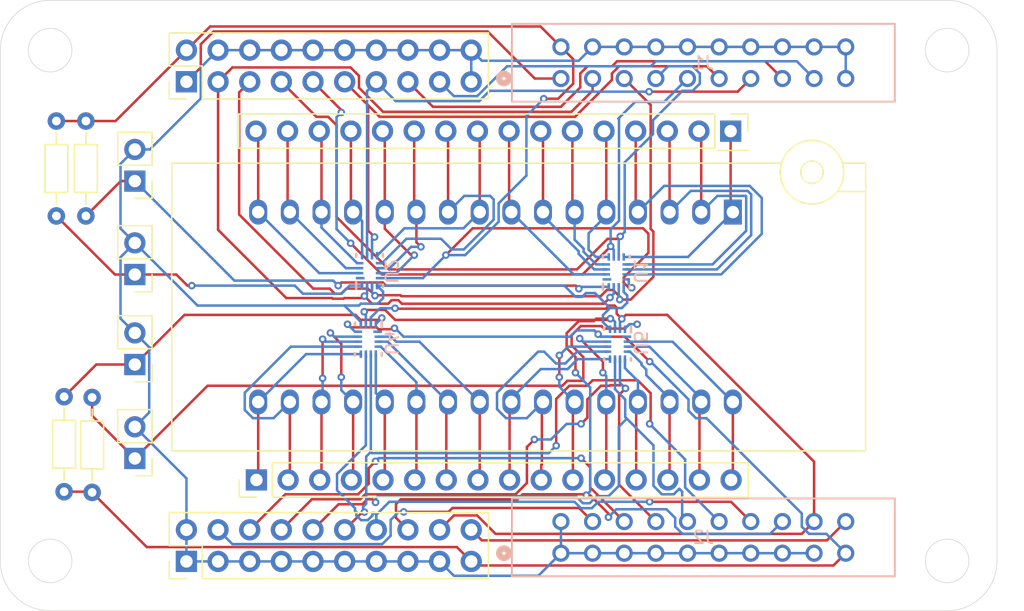
<source format=kicad_pcb>
(kicad_pcb (version 20241229) (generator "pcbnew") (generator_version "9.0")
  (layers (0 "F.Cu" signal) (2 "B.Cu" signal) (13 "F.Paste" user) (15 "B.Paste" user) (5 "F.SilkS" user "F.Silkscreen") (7 "B.SilkS" user "B.Silkscreen") (1 "F.Mask" user) (3 "B.Mask" user) (25 "Edge.Cuts" user))
  (net 0 "")
  (net 1 "GND")
  (net 2 "PA1")
  (net 3 "PA3")
  (net 4 "PA4")
  (net 5 "PA7")
  (net 6 "VIOA")
  (net 7 "PA2")
  (net 8 "PA0")
  (net 9 "PA5")
  (net 10 "VA SENSE")
  (net 11 "PA6")
  (net 12 "PB1")
  (net 13 "PB6")
  (net 14 "PB2")
  (net 15 "PB7")
  (net 16 "VIOB")
  (net 17 "PB4")
  (net 18 "PB3")
  (net 19 "PB0")
  (net 20 "PB5")
  (net 21 "VB SENSE")
  (net 22 "ZIF25")
  (net 23 "ZIF18")
  (net 24 "ZIF3")
  (net 25 "ZIF22")
  (net 26 "ZIF2")
  (net 27 "ZIF10")
  (net 28 "ZIF8")
  (net 29 "ZIF28")
  (net 30 "ZIF11")
  (net 31 "ZIF23")
  (net 32 "ZIF16")
  (net 33 "ZIF21")
  (net 34 "ZIF24")
  (net 35 "ZIF19")
  (net 36 "ZIF17")
  (net 37 "ZIF29")
  (net 38 "ZIF30")
  (net 39 "ZIF1")
  (net 40 "ZIF31")
  (net 41 "ZIF32")
  (net 42 "ZIF4")
  (net 43 "ZIF6")
  (net 44 "ZIF13")
  (net 45 "ZIF26")
  (net 46 "ZIF12")
  (net 47 "ZIF5")
  (net 48 "ZIF27")
  (net 49 "ZIF9")
  (net 50 "ZIF14")
  (net 51 "ZIF20")
  (net 52 "ZIF15")
  (net 53 "ZIF7")
  (net 54 "Net-(J4-Pin_1)")
  (net 55 "Net-(J5-Pin_1)")
  (net 56 "Net-(J7-Pin_1)")
  (net 57 "Net-(J8-Pin_1)")
  (footprint "Connector_PinHeader_2.54mm:PinHeader_1x02_P2.54mm_Vertical" (layer "F.Cu") (at 98.8 98.01 180)
    (property "Reference" "J5" (hide yes))
    (property "Value" "EN_U2")
  )
  (footprint "Socket:DIP_Socket-32_W11.9mm_W12.7mm_W15.24mm_W17.78mm_W18.5mm_3M_232-1285-00-0602J" (layer "F.Cu") (at 146.8 93 -90)
    (property "Reference" "J3" (hide yes))
    (property "Value" "ZIF_SOCKET")
  )
  (footprint "Resistor_THT:R_Axial_DIN0204_L3.6mm_D1.6mm_P7.62mm_Horizontal" (layer "F.Cu") (at 95.37 107.88 -90)
    (property "Reference" "R4" (hide yes))
    (property "Value" "10k" (hide yes))
  )
  (footprint "Connector_PinHeader_2.54mm:PinHeader_2x10_P2.54mm_Vertical" (layer "F.Cu") (at 102.94 121.04 90)
    (property "Reference" "J11" (hide yes))
    (property "Value" "PORT B IO")
  )
  (footprint "Connector_PinHeader_2.54mm:PinHeader_1x16_P2.54mm_Vertical" (layer "F.Cu") (at 146.62 86.5 -90)
    (property "Reference" "J6" (hide yes))
    (property "Value" "ZIF_IO_LEFT" (hide yes))
  )
  (footprint "Connector_PinHeader_2.54mm:PinHeader_1x02_P2.54mm_Vertical" (layer "F.Cu") (at 98.8 105.235 180)
    (property "Reference" "J7" (hide yes))
    (property "Value" "EN_U3")
  )
  (footprint "Connector_PinHeader_2.54mm:PinHeader_2x10_P2.54mm_Vertical" (layer "F.Cu") (at 102.94 82.54 90)
    (property "Reference" "J10" (hide yes))
    (property "Value" "PORT A IO")
  )
  (footprint "Resistor_THT:R_Axial_DIN0204_L3.6mm_D1.6mm_P7.62mm_Horizontal" (layer "F.Cu") (at 93.12 107.82 -90)
    (property "Reference" "R3" (hide yes))
    (property "Value" "10k" (hide yes))
  )
  (footprint "Connector_PinHeader_2.54mm:PinHeader_1x02_P2.54mm_Vertical" (layer "F.Cu") (at 98.8 112.775 180)
    (property "Reference" "J8" (hide yes))
    (property "Value" "EN_U4")
  )
  (footprint "Resistor_THT:R_Axial_DIN0204_L3.6mm_D1.6mm_P7.62mm_Horizontal" (layer "F.Cu") (at 92.5 93.31 90)
    (property "Reference" "R2" (hide yes))
    (property "Value" "10k" (hide yes))
  )
  (footprint "Resistor_THT:R_Axial_DIN0204_L3.6mm_D1.6mm_P7.62mm_Horizontal" (layer "F.Cu") (at 94.87 93.31 90)
    (property "Reference" "R1" (hide yes))
    (property "Value" "10k" (hide yes))
  )
  (footprint "Connector_PinHeader_2.54mm:PinHeader_1x16_P2.54mm_Vertical" (layer "F.Cu") (at 108.56 114.5 90)
    (property "Reference" "J9" (hide yes))
    (property "Value" "ZIF_IO_RIGHT" (hide yes))
  )
  (footprint "Connector_PinHeader_2.54mm:PinHeader_1x02_P2.54mm_Vertical" (layer "F.Cu") (at 98.8 90.51 180)
    (property "Reference" "J4" (hide yes))
    (property "Value" "EN_U1")
  )
  (footprint "SFH11_PBPC_D10_ST_BK:CONN_SFH11-PBPC-D10-ST-BK_SUL" (layer "B.Cu") (at 133 120.3787)
    (property "Reference" "J2")
    (property "Value" "PORT B")
  )
  (footprint "TMUX1029RSVR:RSV0016A" (layer "B.Cu") (at 117.540001 103.200001 180)
    (property "Reference" "U4")
    (property "Value" "TMUX1209RSVR" (hide yes))
  )
  (footprint "TMUX1029RSVR:RSV0016A" (layer "B.Cu") (at 137.540001 103.600001 180)
    (property "Reference" "U5")
    (property "Value" "TMUX1209RSVR" (hide yes))
  )
  (footprint "TMUX1029RSVR:RSV0016A" (layer "B.Cu") (at 137.439999 97.799998)
    (property "Reference" "U1")
    (property "Value" "TMUX1209RSVR" (hide yes))
  )
  (footprint "SFH11_PBPC_D10_ST_BK:CONN_SFH11-PBPC-D10-ST-BK_SUL" (layer "B.Cu") (at 133 82.2787)
    (property "Reference" "J1")
    (property "Value" "PORT A")
  )
  (footprint "TMUX1029RSVR:RSV0016A" (layer "B.Cu") (at 117.639999 97.7)
    (property "Reference" "U2")
    (property "Value" "TMUX1209RSVR" (hide yes))
  )
  (gr_circle (center 164 80) (end 165.75 80) (stroke (width 0.05)) (fill no) (layer "Edge.Cuts"))
  (gr_circle (center 92 80) (end 92 78.25) (stroke (width 0.05)) (fill no) (layer "Edge.Cuts"))
  (gr_arc (start 164 76) (mid 166.828427 77.171573) (end 168 80) (stroke (width 0.05)) (layer "Edge.Cuts"))
  (gr_arc (start 92 125) (mid 89.171573 123.828427) (end 88 121) (stroke (width 0.05)) (layer "Edge.Cuts"))
  (gr_line (start 88 80) (end 88 121) (stroke (width 0.05)) (layer "Edge.Cuts"))
  (gr_circle (center 92 121) (end 90.25 121) (stroke (width 0.05)) (fill no) (layer "Edge.Cuts"))
  (gr_circle (center 164 121) (end 164 122.75) (stroke (width 0.05)) (fill no) (layer "Edge.Cuts"))
  (gr_arc (start 88 80) (mid 89.171573 77.171573) (end 92 76) (stroke (width 0.05)) (layer "Edge.Cuts"))
  (gr_line (start 168 80) (end 168 121) (stroke (width 0.05)) (layer "Edge.Cuts"))
  (gr_line (start 164 125) (end 92 125) (stroke (width 0.05)) (layer "Edge.Cuts"))
  (gr_line (start 164 76) (end 92 76) (stroke (width 0.05)) (layer "Edge.Cuts"))
  (gr_arc (start 168 121) (mid 166.828427 123.828427) (end 164 125) (stroke (width 0.05)) (layer "Edge.Cuts"))
  (segment (start 138.08 120.3787) (end 135.54 120.3787) (width 0.2) (layer "B.Cu") (net 1))
  (segment (start 104.091 83.881081) (end 100.002081 87.97) (width 0.2) (layer "B.Cu") (net 1))
  (segment (start 133.267859 98.9) (end 134.167859 99.8) (width 0.2) (layer "B.Cu") (net 1))
  (segment (start 115.62 100.5) (end 116.787565 100.5) (width 0.2) (layer "B.Cu") (net 1))
  (segment (start 138.04 99.408558) (end 138.322338 99.690896) (width 0.2) (layer "B.Cu") (net 1))
  (segment (start 118.18 80) (end 120.72 80) (width 0.2) (layer "B.Cu") (net 1))
  (segment (start 110.56 121.04) (end 108.02 121.04) (width 0.2) (layer "B.Cu") (net 1))
  (segment (start 138.322338 100.2706) (end 137.889943 100.702995) (width 0.2) (layer "B.Cu") (net 1))
  (segment (start 125.8 80) (end 126.65 80.85) (width 0.2) (layer "B.Cu") (net 1))
  (segment (start 115.62 100.5) (end 116.94 101.82) (width 0.2) (layer "B.Cu") (net 1))
  (segment (start 126.65 80.85) (end 134.4287 80.85) (width 0.2) (layer "B.Cu") (net 1))
  (segment (start 136.939001 100.702995) (end 136.37 101.271996) (width 0.2) (layer "B.Cu") (net 1))
  (segment (start 110.56 80) (end 113.1 80) (width 0.2) (layer "B.Cu") (net 1))
  (segment (start 116.787565 100.5) (end 116.940102 100.347463) (width 0.2) (layer "B.Cu") (net 1))
  (segment (start 118.18 121.04) (end 115.64 121.04) (width 0.2) (layer "B.Cu") (net 1))
  (segment (start 136.94 102.250999) (end 136.939001 102.25) (width 0.2) (layer "B.Cu") (net 1))
  (segment (start 108.02 121.04) (end 105.48 121.04) (width 0.2) (layer "B.Cu") (net 1))
  (segment (start 138.04 98.999998) (end 138.04 99.408558) (width 0.2) (layer "B.Cu") (net 1))
  (segment (start 133 120.3787) (end 131.1877 122.191) (width 0.2) (layer "B.Cu") (net 1))
  (segment (start 102.94 114.375) (end 98.8 110.235) (width 0.2) (layer "B.Cu") (net 1))
  (segment (start 148.24 120.3787) (end 145.7 120.3787) (width 0.2) (layer "B.Cu") (net 1))
  (segment (start 113.1 80) (end 115.64 80) (width 0.2) (layer "B.Cu") (net 1))
  (segment (start 115.64 121.04) (end 113.1 121.04) (width 0.2) (layer "B.Cu") (net 1))
  (segment (start 138.08 120.3787) (end 140.62 120.3787) (width 0.2) (layer "B.Cu") (net 1))
  (segment (start 99.951 109.084) (end 99.951 103.846) (width 0.2) (layer "B.Cu") (net 1))
  (segment (start 98.8 95.47) (end 97.649 94.319) (width 0.2) (layer "B.Cu") (net 1))
  (segment (start 137.889943 100.702995) (end 136.939001 100.702995) (width 0.2) (layer "B.Cu") (net 1))
  (segment (start 118.72339 99.911685) (end 118.72339 99.38339) (width 0.2) (layer "B.Cu") (net 1))
  (segment (start 98.8 95.47) (end 103.83 100.5) (width 0.2) (layer "B.Cu") (net 1))
  (segment (start 120.72 121.04) (end 118.18 121.04) (width 0.2) (layer "B.Cu") (net 1))
  (segment (start 97.649 101.544) (end 98.8 102.695) (width 0.2) (layer "B.Cu") (net 1))
  (segment (start 104.091 81.389) (end 104.091 83.881081) (width 0.2) (layer "B.Cu") (net 1))
  (segment (start 115.64 80) (end 118.18 80) (width 0.2) (layer "B.Cu") (net 1))
  (segment (start 134.706337 99.8) (end 135.006337 99.5) (width 0.2) (layer "B.Cu") (net 1))
  (segment (start 102.94 121.04) (end 102.94 118.5) (width 0.2) (layer "B.Cu") (net 1))
  (segment (start 116.94 101.82) (end 116.94 102.000001) (width 0.2) (layer "B.Cu") (net 1))
  (segment (start 125.8 80) (end 125.8 82.54) (width 0.2) (layer "B.Cu") (net 1))
  (segment (start 143.16 120.3787) (end 145.7 120.3787) (width 0.2) (layer "B.Cu") (net 1))
  (segment (start 118.72339 99.38339) (end 118.24 98.9) (width 0.2) (layer "B.Cu") (net 1))
  (segment (start 124.411 122.191) (end 123.26 121.04) (width 0.2) (layer "B.Cu") (net 1))
  (segment (start 134.4287 80.85) (end 135.54 79.7387) (width 0.2) (layer "B.Cu") (net 1))
  (segment (start 153.32 120.3787) (end 150.78 120.3787) (width 0.2) (layer "B.Cu") (net 1))
  (segment (start 123.26 80) (end 125.8 80) (width 0.2) (layer "B.Cu") (net 1))
  (segment (start 105.48 121.04) (end 102.94 121.04) (width 0.2) (layer "B.Cu") (net 1))
  (segment (start 97.649 94.319) (end 97.649 89.121) (width 0.2) (layer "B.Cu") (net 1))
  (segment (start 108.02 80) (end 110.56 80) (width 0.2) (layer "B.Cu") (net 1))
  (segment (start 134.167859 99.8) (end 134.706337 99.8) (width 0.2) (layer "B.Cu") (net 1))
  (segment (start 136.94 102.400001) (end 136.94 102.250999) (width 0.2) (layer "B.Cu") (net 1))
  (segment (start 143.16 79.7387) (end 145.7 79.7387) (width 0.2) (layer "B.Cu") (net 1))
  (segment (start 153.32 79.7387) (end 155.86 79.7387) (width 0.2) (layer "B.Cu") (net 1))
  (segment (start 148.24 79.7387) (end 150.78 79.7387) (width 0.2) (layer "B.Cu") (net 1))
  (segment (start 97.649 96.621) (end 97.649 101.544) (width 0.2) (layer "B.Cu") (net 1))
  (segment (start 120.72 80) (end 123.26 80) (width 0.2) (layer "B.Cu") (net 1))
  (segment (start 136.37 101.831) (end 136.939001 102.400001) (width 0.2) (layer "B.Cu") (net 1))
  (segment (start 143.16 120.3787) (end 140.62 120.3787) (width 0.2) (layer "B.Cu") (net 1))
  (segment (start 140.62 79.7387) (end 143.16 79.7387) (width 0.2) (layer "B.Cu") (net 1))
  (segment (start 105.48 80) (end 104.091 81.389) (width 0.2) (layer "B.Cu") (net 1))
  (segment (start 100.002081 87.97) (end 98.8 87.97) (width 0.2) (layer "B.Cu") (net 1))
  (segment (start 103.83 100.5) (end 115.62 100.5) (width 0.2) (layer "B.Cu") (net 1))
  (segment (start 135.006337 99.5) (end 135.736006 99.5) (width 0.2) (layer "B.Cu") (net 1))
  (segment (start 118.24 98.9) (end 133.267859 98.9) (width 0.2) (layer "B.Cu") (net 1))
  (segment (start 98.8 95.47) (end 97.649 96.621) (width 0.2) (layer "B.Cu") (net 1))
  (segment (start 138.322338 99.690896) (end 138.322338 100.2706) (width 0.2) (layer "B.Cu") (net 1))
  (segment (start 135.54 79.7387) (end 138.08 79.7387) (width 0.2) (layer "B.Cu") (net 1))
  (segment (start 150.78 79.7387) (end 153.32 79.7387) (width 0.2) (layer "B.Cu") (net 1))
  (segment (start 113.1 121.04) (end 110.56 121.04) (width 0.2) (layer "B.Cu") (net 1))
  (segment (start 133 120.3787) (end 135.54 120.3787) (width 0.2) (layer "B.Cu") (net 1))
  (segment (start 99.951 103.846) (end 98.8 102.695) (width 0.2) (layer "B.Cu") (net 1))
  (segment (start 105.48 80) (end 108.02 80) (width 0.2) (layer "B.Cu") (net 1))
  (segment (start 118.287612 100.347463) (end 118.72339 99.911685) (width 0.2) (layer "B.Cu") (net 1))
  (segment (start 155.86 79.7387) (end 155.86 82.2787) (width 0.2) (layer "B.Cu") (net 1))
  (segment (start 98.8 110.235) (end 99.951 109.084) (width 0.2) (layer "B.Cu") (net 1))
  (segment (start 116.940102 100.347463) (end 118.287612 100.347463) (width 0.2) (layer "B.Cu") (net 1))
  (segment (start 123.26 121.04) (end 120.72 121.04) (width 0.2) (layer "B.Cu") (net 1))
  (segment (start 133 120.3787) (end 133 117.8387) (width 0.2) (layer "B.Cu") (net 1))
  (segment (start 131.1877 122.191) (end 124.411 122.191) (width 0.2) (layer "B.Cu") (net 1))
  (segment (start 148.24 120.3787) (end 150.78 120.3787) (width 0.2) (layer "B.Cu") (net 1))
  (segment (start 136.37 101.271996) (end 136.37 101.831) (width 0.2) (layer "B.Cu") (net 1))
  (segment (start 98.8 87.97) (end 97.649 89.121) (width 0.2) (layer "B.Cu") (net 1))
  (segment (start 135.736006 99.5) (end 136.939001 100.702995) (width 0.2) (layer "B.Cu") (net 1))
  (segment (start 145.7 79.7387) (end 148.24 79.7387) (width 0.2) (layer "B.Cu") (net 1))
  (segment (start 138.08 79.7387) (end 140.62 79.7387) (width 0.2) (layer "B.Cu") (net 1))
  (segment (start 102.94 118.5) (end 102.94 114.375) (width 0.2) (layer "B.Cu") (net 1))
  (segment (start 114.850761 99.55) (end 115.360405 99.55) (width 0.2) (layer "F.Cu") (net 2))
  (segment (start 120.114289 99.670886) (end 118.106719 99.670886) (width 0.2) (layer "F.Cu") (net 2))
  (segment (start 113.116493 99.140405) (end 114.441166 99.140405) (width 0.2) (layer "F.Cu") (net 2))
  (segment (start 138.593328 100.021657) (end 140.42 98.194985) (width 0.2) (layer "F.Cu") (net 2))
  (segment (start 117.50958 99.140405) (end 118.07339 99.704215) (width 0.2) (layer "F.Cu") (net 2))
  (segment (start 137.721338 100.021657) (end 138.593328 100.021657) (width 0.2) (layer "F.Cu") (net 2))
  (segment (start 115.360405 99.55) (end 115.77 99.140405) (width 0.2) (layer "F.Cu") (net 2))
  (segment (start 140.42 94.565075) (end 140.201 94.346075) (width 0.2) (layer "F.Cu") (net 2))
  (segment (start 136.190308 99.753215) (end 120.196619 99.753215) (width 0.2) (layer "F.Cu") (net 2))
  (segment (start 120.196619 99.753215) (end 120.114289 99.670886) (width 0.2) (layer "F.Cu") (net 2))
  (segment (start 136.690058 99.253465) (end 136.190308 99.753215) (width 0.2) (layer "F.Cu") (net 2))
  (segment (start 137.721338 99.786859) (end 137.187944 99.253465) (width 0.2) (layer "F.Cu") (net 2))
  (segment (start 107.17 83.39) (end 107.17 93.193912) (width 0.2) (layer "F.Cu") (net 2))
  (segment (start 107.17 93.193912) (end 113.116493 99.140405) (width 0.2) (layer "F.Cu") (net 2))
  (segment (start 114.441166 99.140405) (end 114.850761 99.55) (width 0.2) (layer "F.Cu") (net 2))
  (segment (start 108.02 82.54) (end 107.17 83.39) (width 0.2) (layer "F.Cu") (net 2))
  (segment (start 137.721338 100.021657) (end 137.721338 99.786859) (width 0.2) (layer "F.Cu") (net 2))
  (segment (start 115.77 99.140405) (end 117.50958 99.140405) (width 0.2) (layer "F.Cu") (net 2))
  (segment (start 140.201 94.346075) (end 140.201 84.3997) (width 0.2) (layer "F.Cu") (net 2))
  (segment (start 140.42 98.194985) (end 140.42 94.565075) (width 0.2) (layer "F.Cu") (net 2))
  (segment (start 140.201 84.3997) (end 138.08 82.2787) (width 0.2) (layer "F.Cu") (net 2))
  (segment (start 118.106719 99.670886) (end 118.07339 99.704215) (width 0.2) (layer "F.Cu") (net 2))
  (segment (start 137.187944 99.253465) (end 136.690058 99.253465) (width 0.2) (layer "F.Cu") (net 2))
  (via (at 118.07339 99.704215) (size 0.6) (drill 0.3) (layers "F.Cu" "B.Cu") (net 2))
  (via (at 137.721338 100.021657) (size 0.6) (drill 0.3) (layers "F.Cu" "B.Cu") (net 2))
  (segment (start 137.639999 98.999998) (end 137.639999 99.940318) (width 0.2) (layer "B.Cu") (net 2))
  (segment (start 137.639999 99.940318) (end 137.721338 100.021657) (width 0.2) (layer "B.Cu") (net 2))
  (segment (start 117.839999 99.470824) (end 118.07339 99.704215) (width 0.2) (layer "B.Cu") (net 2))
  (segment (start 117.839999 98.9) (end 117.839999 99.470824) (width 0.2) (layer "B.Cu") (net 2))
  (segment (start 115.37 84.81) (end 115.37 85) (width 0.2) (layer "F.Cu") (net 3))
  (segment (start 118.621 98.001) (end 134.738999 98.001) (width 0.2) (layer "F.Cu") (net 3))
  (segment (start 113.1 82.54) (end 115.37 84.81) (width 0.2) (layer "F.Cu") (net 3))
  (segment (start 116.12 95.5) (end 118.621 98.001) (width 0.2) (layer "F.Cu") (net 3))
  (segment (start 134.738999 98.001) (end 136.989999 95.75) (width 0.2) (layer "F.Cu") (net 3))
  (via (at 116.12 95.5) (size 0.6) (drill 0.3) (layers "F.Cu" "B.Cu") (net 3))
  (via (at 136.989999 95.75) (size 0.6) (drill 0.3) (layers "F.Cu" "B.Cu") (net 3))
  (via (at 115.37 85) (size 0.6) (drill 0.3) (layers "F.Cu" "B.Cu") (net 3))
  (segment (start 114.989 85.381) (end 114.989 94.369) (width 0.2) (layer "B.Cu") (net 3))
  (segment (start 137.62 85.484314) (end 137.62 85.5) (width 0.2) (layer "B.Cu") (net 3))
  (segment (start 137.239999 96.599998) (end 137.239999 96.019239) (width 0.2) (layer "B.Cu") (net 3))
  (segment (start 136.989999 94.373913) (end 136.989999 95.75) (width 0.2) (layer "B.Cu") (net 3))
  (segment (start 137.239999 96.019239) (end 136.989999 95.769239) (width 0.2) (layer "B.Cu") (net 3))
  (segment (start 137.661 93.702912) (end 136.989999 94.373913) (width 0.2) (layer "B.Cu") (net 3))
  (segment (start 141.2887 84.15) (end 138.954314 84.15) (width 0.2) (layer "B.Cu") (net 3))
  (segment (start 137.62 85.5) (end 137.661 85.541) (width 0.2) (layer "B.Cu") (net 3))
  (segment (start 115.37 85) (end 114.989 85.381) (width 0.2) (layer "B.Cu") (net 3))
  (segment (start 136.989999 95.769239) (end 136.989999 95.75) (width 0.2) (layer "B.Cu") (net 3))
  (segment (start 114.989 94.369) (end 116.12 95.5) (width 0.2) (layer "B.Cu") (net 3))
  (segment (start 137.661 85.541) (end 137.661 93.702912) (width 0.2) (layer "B.Cu") (net 3))
  (segment (start 138.954314 84.15) (end 137.62 85.484314) (width 0.2) (layer "B.Cu") (net 3))
  (segment (start 143.16 82.2787) (end 141.2887 84.15) (width 0.2) (layer "B.Cu") (net 3))
  (segment (start 137.0932 82.388833) (end 134.133033 85.349) (width 0.2) (layer "F.Cu") (net 4))
  (segment (start 117.529 84.429) (end 115.64 82.54) (width 0.2) (layer "F.Cu") (net 4))
  (segment (start 145.7 82.2787) (end 144.7132 81.2919) (width 0.2) (layer "F.Cu") (net 4))
  (segment (start 137.671254 81.2919) (end 137.0932 81.869954) (width 0.2) (layer "F.Cu") (net 4))
  (segment (start 134.133033 85.349) (end 118.449 85.349) (width 0.2) (layer "F.Cu") (net 4))
  (segment (start 118.039999 95) (end 117.529 94.489001) (width 0.2) (layer "F.Cu") (net 4))
  (segment (start 118.449 85.349) (end 117.529 84.429) (width 0.2) (layer "F.Cu") (net 4))
  (segment (start 137.0932 81.869954) (end 137.0932 82.388833) (width 0.2) (layer "F.Cu") (net 4))
  (segment (start 117.529 94.489001) (end 117.529 84.429) (width 0.2) (layer "F.Cu") (net 4))
  (segment (start 144.7132 81.2919) (end 137.671254 81.2919) (width 0.2) (layer "F.Cu") (net 4))
  (via (at 118.039999 95) (size 0.6) (drill 0.3) (layers "F.Cu" "B.Cu") (net 4))
  (segment (start 117.839999 95.2) (end 118.039999 95) (width 0.2) (layer "B.Cu") (net 4))
  (segment (start 117.839999 96.5) (end 117.839999 95.2) (width 0.2) (layer "B.Cu") (net 4))
  (segment (start 126.279588 83.691) (end 128.678688 81.2919) (width 0.2) (layer "B.Cu") (net 5))
  (segment (start 151.9322 80.8909) (end 153.32 82.2787) (width 0.2) (layer "B.Cu") (net 5))
  (segment (start 124.411 83.691) (end 126.279588 83.691) (width 0.2) (layer "B.Cu") (net 5))
  (segment (start 140.612254 80.8909) (end 151.9322 80.8909) (width 0.2) (layer "B.Cu") (net 5))
  (segment (start 140.211254 81.2919) (end 140.612254 80.8909) (width 0.2) (layer "B.Cu") (net 5))
  (segment (start 123.26 82.54) (end 124.411 83.691) (width 0.2) (layer "B.Cu") (net 5))
  (segment (start 128.678688 81.2919) (end 140.211254 81.2919) (width 0.2) (layer "B.Cu") (net 5))
  (segment (start 133 79.7387) (end 131.3613 78.1) (width 0.2) (layer "F.Cu") (net 6))
  (segment (start 138.035686 98.66055) (end 138.035686 98.253553) (width 0.2) (layer "F.Cu") (net 6))
  (segment (start 140.02 96.269239) (end 140.02 94.730761) (width 0.2) (layer "F.Cu") (net 6))
  (segment (start 131.3613 78.1) (end 104.84 78.1) (width 0.2) (layer "F.Cu") (net 6))
  (segment (start 104.84 78.1) (end 102.94 80) (width 0.2) (layer "F.Cu") (net 6))
  (segment (start 132.775246 83.899) (end 131.62 83.899) (width 0.2) (layer "F.Cu") (net 6))
  (segment (start 125.913736 94.301) (end 139.590239 94.301) (width 0.2) (layer "F.Cu") (net 6))
  (segment (start 97.25 85.69) (end 102.94 80) (width 0.2) (layer "F.Cu") (net 6))
  (segment (start 133 79.7387) (end 133.9868 80.7255) (width 0.2) (layer "F.Cu") (net 6))
  (segment (start 94.87 85.69) (end 92.5 85.69) (width 0.2) (layer "F.Cu") (net 6))
  (segment (start 133.9868 80.7255) (end 133.9868 82.687446) (width 0.2) (layer "F.Cu") (net 6))
  (segment (start 123.764736 96.45) (end 125.913736 94.301) (width 0.2) (layer "F.Cu") (net 6))
  (segment (start 138.690002 99.072532) (end 138.447668 99.072532) (width 0.2) (layer "F.Cu") (net 6))
  (segment (start 138.447668 99.072532) (end 138.035686 98.66055) (width 0.2) (layer "F.Cu") (net 6))
  (segment (start 138.035686 98.253553) (end 140.02 96.269239) (width 0.2) (layer "F.Cu") (net 6))
  (segment (start 133.9868 82.687446) (end 132.775246 83.899) (width 0.2) (layer "F.Cu") (net 6))
  (segment (start 139.590239 94.301) (end 140.02 94.730761) (width 0.2) (layer "F.Cu") (net 6))
  (segment (start 94.87 85.69) (end 97.25 85.69) (width 0.2) (layer "F.Cu") (net 6))
  (via (at 138.690002 99.072532) (size 0.6) (drill 0.3) (layers "F.Cu" "B.Cu") (net 6))
  (via (at 123.764736 96.45) (size 0.6) (drill 0.3) (layers "F.Cu" "B.Cu") (net 6))
  (via (at 131.62 83.899) (size 0.6) (drill 0.3) (layers "F.Cu" "B.Cu") (net 6))
  (segment (start 130.229 85.29) (end 130.229 90.067088) (width 0.2) (layer "B.Cu") (net 6))
  (segment (start 130.229 90.067088) (end 128 92.296088) (width 0.2) (layer "B.Cu") (net 6))
  (segment (start 138.441 98.82353) (end 138.690002 99.072532) (width 0.2) (layer "B.Cu") (net 6))
  (segment (start 125.321012 96.45) (end 123.764736 96.45) (width 0.2) (layer "B.Cu") (net 6))
  (segment (start 121.914735 98.300001) (end 123.764736 96.45) (width 0.2) (layer "B.Cu") (net 6))
  (segment (start 131.62 83.899) (end 130.229 85.29) (width 0.2) (layer "B.Cu") (net 6))
  (segment (start 138.441 98.401) (end 138.441 98.82353) (width 0.2) (layer "B.Cu") (net 6))
  (segment (start 128 93.771012) (end 125.321012 96.45) (width 0.2) (layer "B.Cu") (net 6))
  (segment (start 128 92.296088) (end 128 93.771012) (width 0.2) (layer "B.Cu") (net 6))
  (segment (start 118.44 98.300001) (end 121.914735 98.300001) (width 0.2) (layer "B.Cu") (net 6))
  (segment (start 114.989 93.392912) (end 119.197088 97.601) (width 0.2) (layer "F.Cu") (net 7))
  (segment (start 137.565732 95.149) (end 137.763732 94.951) (width 0.2) (layer "F.Cu") (net 7))
  (segment (start 110.56 82.54) (end 113.369 85.349) (width 0.2) (layer "F.Cu") (net 7))
  (segment (start 134.291056 97.599) (end 136.741056 95.149) (width 0.2) (layer "F.Cu") (net 7))
  (segment (start 114.31476 85.349) (end 114.989 86.02324) (width 0.2) (layer "F.Cu") (net 7))
  (segment (start 114.989 86.02324) (end 114.989 93.392912) (width 0.2) (layer "F.Cu") (net 7))
  (segment (start 113.369 85.349) (end 114.31476 85.349) (width 0.2) (layer "F.Cu") (net 7))
  (segment (start 133.892539 97.599) (end 134.291056 97.599) (width 0.2) (layer "F.Cu") (net 7))
  (segment (start 119.197088 97.601) (end 133.892539 97.601) (width 0.2) (layer "F.Cu") (net 7))
  (segment (start 136.741056 95.149) (end 137.565732 95.149) (width 0.2) (layer "F.Cu") (net 7))
  (via (at 137.763732 94.951) (size 0.6) (drill 0.3) (layers "F.Cu" "B.Cu") (net 7))
  (segment (start 143.568746 81.2919) (end 144.1468 81.869954) (width 0.2) (layer "B.Cu") (net 7))
  (segment (start 138.12 89.00776) (end 138.12 94.594732) (width 0.2) (layer "B.Cu") (net 7))
  (segment (start 138.12 94.594732) (end 137.763732 94.951) (width 0.2) (layer "B.Cu") (net 7))
  (segment (start 140.62 82.2787) (end 141.6068 81.2919) (width 0.2) (layer "B.Cu") (net 7))
  (segment (start 137.639999 96.599998) (end 137.639999 95.074733) (width 0.2) (layer "B.Cu") (net 7))
  (segment (start 141.6068 81.2919) (end 143.568746 81.2919) (width 0.2) (layer "B.Cu") (net 7))
  (segment (start 143.568746 83.2655) (end 142.751254 83.2655) (width 0.2) (layer "B.Cu") (net 7))
  (segment (start 144.1468 81.869954) (end 144.1468 82.687446) (width 0.2) (layer "B.Cu") (net 7))
  (segment (start 140.389 86.73876) (end 138.12 89.00776) (width 0.2) (layer "B.Cu") (net 7))
  (segment (start 137.639999 95.074733) (end 137.763732 94.951) (width 0.2) (layer "B.Cu") (net 7))
  (segment (start 140.389 85.627754) (end 140.389 86.73876) (width 0.2) (layer "B.Cu") (net 7))
  (segment (start 142.751254 83.2655) (end 140.389 85.627754) (width 0.2) (layer "B.Cu") (net 7))
  (segment (start 144.1468 82.687446) (end 143.568746 83.2655) (width 0.2) (layer "B.Cu") (net 7))
  (segment (start 116.791 82.06324) (end 116.11676 81.389) (width 0.2) (layer "F.Cu") (net 8))
  (segment (start 110.954315 99.9) (end 114.635075 99.9) (width 0.2) (layer "F.Cu") (net 8))
  (segment (start 133.839567 84.949) (end 118.72324 84.949) (width 0.2) (layer "F.Cu") (net 8))
  (segment (start 119.126797 100.354215) (end 117.83632 100.354215) (width 0.2) (layer "F.Cu") (net 8))
  (segment (start 106.631 81.389) (end 105.48 82.54) (width 0.2) (layer "F.Cu") (net 8))
  (segment (start 118.72324 84.949) (end 116.791 83.01676) (width 0.2) (layer "F.Cu") (net 8))
  (segment (start 117.064915 99.9) (end 117.22351 99.741405) (width 0.2) (layer "F.Cu") (net 8))
  (segment (start 119.410126 100.070886) (end 119.126797 100.354215) (width 0.2) (layer "F.Cu") (net 8))
  (segment (start 105.48 82.54) (end 105.48 94.425685) (width 0.2) (layer "F.Cu") (net 8))
  (segment (start 116.11676 81.389) (end 106.631 81.389) (width 0.2) (layer "F.Cu") (net 8))
  (segment (start 136.939001 99.854465) (end 136.439251 100.354215) (width 0.2) (layer "F.Cu") (net 8))
  (segment (start 135.54 83.248567) (end 133.839567 84.949) (width 0.2) (layer "F.Cu") (net 8))
  (segment (start 105.48 94.425685) (end 110.954315 99.9) (width 0.2) (layer "F.Cu") (net 8))
  (segment (start 115.554925 99.95) (end 115.604924 99.9) (width 0.2) (layer "F.Cu") (net 8))
  (segment (start 120.231933 100.354215) (end 119.948604 100.070886) (width 0.2) (layer "F.Cu") (net 8))
  (segment (start 136.439251 100.354215) (end 120.231933 100.354215) (width 0.2) (layer "F.Cu") (net 8))
  (segment (start 135.54 82.2787) (end 135.54 83.248567) (width 0.2) (layer "F.Cu") (net 8))
  (segment (start 119.948604 100.070886) (end 119.410126 100.070886) (width 0.2) (layer "F.Cu") (net 8))
  (segment (start 116.791 83.01676) (end 116.791 82.06324) (width 0.2) (layer "F.Cu") (net 8))
  (segment (start 114.635075 99.9) (end 114.685076 99.95) (width 0.2) (layer "F.Cu") (net 8))
  (segment (start 115.604924 99.9) (end 117.064915 99.9) (width 0.2) (layer "F.Cu") (net 8))
  (segment (start 117.83632 100.354215) (end 117.22351 99.741405) (width 0.2) (layer "F.Cu") (net 8))
  (segment (start 114.685076 99.95) (end 115.554925 99.95) (width 0.2) (layer "F.Cu") (net 8))
  (via (at 117.22351 99.741405) (size 0.6) (drill 0.3) (layers "F.Cu" "B.Cu") (net 8))
  (via (at 136.939001 99.854465) (size 0.6) (drill 0.3) (layers "F.Cu" "B.Cu") (net 8))
  (segment (start 117.439999 98.9) (end 117.439999 99.524916) (width 0.2) (layer "B.Cu") (net 8))
  (segment (start 137.239999 98.999998) (end 137.239999 99.553467) (width 0.2) (layer "B.Cu") (net 8))
  (segment (start 117.439999 99.524916) (end 117.22351 99.741405) (width 0.2) (layer "B.Cu") (net 8))
  (segment (start 137.239999 99.553467) (end 136.939001 99.854465) (width 0.2) (layer "B.Cu") (net 8))
  (segment (start 148.24 82.2787) (end 147.18569 83.33301) (width 0.2) (layer "F.Cu") (net 9))
  (segment (start 147.18569 83.33301) (end 140.077269 83.33301) (width 0.2) (layer "F.Cu") (net 9))
  (via (at 140.077269 83.33301) (size 0.6) (drill 0.3) (layers "F.Cu" "B.Cu") (net 9))
  (segment (start 140.077269 83.33301) (end 133.372249 83.33301) (width 0.2) (layer "B.Cu") (net 9))
  (segment (start 119.731 84.091) (end 118.18 82.54) (width 0.2) (layer "B.Cu") (net 9))
  (segment (start 133.304739 83.2655) (end 127.270774 83.2655) (width 0.2) (layer "B.Cu") (net 9))
  (segment (start 133.372249 83.33301) (end 133.304739 83.2655) (width 0.2) (layer "B.Cu") (net 9))
  (segment (start 126.445274 84.091) (end 119.731 84.091) (width 0.2) (layer "B.Cu") (net 9))
  (segment (start 127.270774 83.2655) (end 126.445274 84.091) (width 0.2) (layer "B.Cu") (net 9))
  (segment (start 117.439999 96.5) (end 117.439999 83.280001) (width 0.2) (layer "B.Cu") (net 9))
  (segment (start 117.439999 83.280001) (end 118.18 82.54) (width 0.2) (layer "B.Cu") (net 9))
  (segment (start 104.091 79.529) (end 104.091 81.389) (width 0.2) (layer "F.Cu") (net 10))
  (segment (start 133 82.2787) (end 130.8987 82.2787) (width 0.2) (layer "F.Cu") (net 10))
  (segment (start 104.091 81.389) (end 102.94 82.54) (width 0.2) (layer "F.Cu") (net 10))
  (segment (start 127.12 78.5) (end 105.12 78.5) (width 0.2) (layer "F.Cu") (net 10))
  (segment (start 130.8987 82.2787) (end 127.12 78.5) (width 0.2) (layer "F.Cu") (net 10))
  (segment (start 105.12 78.5) (end 104.091 79.529) (width 0.2) (layer "F.Cu") (net 10))
  (segment (start 132.99124 84.547999) (end 134.5532 82.986039) (width 0.2) (layer "F.Cu") (net 11))
  (segment (start 120.72 82.54) (end 122.727999 84.547999) (width 0.2) (layer "F.Cu") (net 11))
  (segment (start 137.505569 80.8919) (end 149.3932 80.8919) (width 0.2) (layer "F.Cu") (net 11))
  (segment (start 122.727999 84.547999) (end 132.99124 84.547999) (width 0.2) (layer "F.Cu") (net 11))
  (segment (start 134.5532 81.869954) (end 135.131254 81.2919) (width 0.2) (layer "F.Cu") (net 11))
  (segment (start 134.5532 82.986039) (end 134.5532 81.869954) (width 0.2) (layer "F.Cu") (net 11))
  (segment (start 149.3932 80.8919) (end 150.78 82.2787) (width 0.2) (layer "F.Cu") (net 11))
  (segment (start 137.105568 81.2919) (end 137.505569 80.8919) (width 0.2) (layer "F.Cu") (net 11))
  (segment (start 135.131254 81.2919) (end 137.105568 81.2919) (width 0.2) (layer "F.Cu") (net 11))
  (segment (start 119.761204 116.439557) (end 120.149761 116.051) (width 0.2) (layer "F.Cu") (net 12))
  (segment (start 134.166846 104.627607) (end 134.166846 105.889) (width 0.2) (layer "F.Cu") (net 12))
  (segment (start 136.870498 101.651) (end 119.690239 101.651) (width 0.2) (layer "F.Cu") (net 12))
  (segment (start 129.922446 115.651) (end 134.973061 115.651) (width 0.2) (layer "F.Cu") (net 12))
  (segment (start 134.973061 115.651) (end 135.0414 115.719339) (width 0.2) (layer "F.Cu") (net 12))
  (segment (start 135.635219 101.749857) (end 134.423765 101.749857) (width 0.2) (layer "F.Cu") (net 12))
  (segment (start 134.423765 101.749857) (end 133.458545 102.715077) (width 0.2) (layer "F.Cu") (net 12))
  (segment (start 120.149761 116.051) (end 129.522446 116.051) (width 0.2) (layer "F.Cu") (net 12))
  (segment (start 150.78 117.8387) (end 150.78 117.91) (width 0.2) (layer "F.Cu") (net 12))
  (segment (start 133.458545 102.715077) (end 133.458545 103.919306) (width 0.2) (layer "F.Cu") (net 12))
  (segment (start 119.690239 101.651) (end 118.889239 100.85) (width 0.2) (layer "F.Cu") (net 12))
  (segment (start 150.78 117.91) (end 150.87 118) (width 0.2) (layer "F.Cu") (net 12))
  (segment (start 135.332006 115.719339) (end 136.812278 117.199611) (width 0.2) (layer "F.Cu") (net 12))
  (segment (start 133.458545 103.919306) (end 134.166846 104.627607) (width 0.2) (layer "F.Cu") (net 12))
  (segment (start 136.812278 117.199611) (end 136.812278 117.490217) (width 0.2) (layer "F.Cu") (net 12))
  (segment (start 119.761204 117.541204) (end 119.761204 116.439557) (width 0.2) (layer "F.Cu") (net 12))
  (segment (start 117.356804 100.85) (end 117.209341 100.997463) (width 0.2) (layer "F.Cu") (net 12))
  (segment (start 118.889239 100.85) (end 117.356804 100.85) (width 0.2) (layer "F.Cu") (net 12))
  (segment (start 136.97 101.551498) (end 135.833578 101.551498) (width 0.2) (layer "F.Cu") (net 12))
  (segment (start 129.522446 116.051) (end 129.922446 115.651) (width 0.2) (layer "F.Cu") (net 12))
  (segment (start 136.97 101.551498) (end 136.870498 101.651) (width 0.2) (layer "F.Cu") (net 12))
  (segment (start 135.0414 115.719339) (end 135.332006 115.719339) (width 0.2) (layer "F.Cu") (net 12))
  (segment (start 120.72 118.5) (end 119.761204 117.541204) (width 0.2) (layer "F.Cu") (net 12))
  (segment (start 135.833578 101.551498) (end 135.635219 101.749857) (width 0.2) (layer "F.Cu") (net 12))
  (via (at 117.209341 100.997463) (size 0.6) (drill 0.3) (layers "F.Cu" "B.Cu") (net 12))
  (via (at 135.0414 115.719339) (size 0.6) (drill 0.3) (layers "F.Cu" "B.Cu") (net 12))
  (via (at 134.166846 105.889) (size 0.6) (drill 0.3) (layers "F.Cu" "B.Cu") (net 12))
  (via (at 136.812278 117.490217) (size 0.6) (drill 0.3) (layers "F.Cu" "B.Cu") (net 12))
  (via (at 136.97 101.551498) (size 0.6) (drill 0.3) (layers "F.Cu" "B.Cu") (net 12))
  (segment (start 136.97 101.551498) (end 137.082191 101.551498) (width 0.2) (layer "B.Cu") (net 12))
  (segment (start 137.340001 101.809308) (end 137.340001 102.400001) (width 0.2) (layer "B.Cu") (net 12))
  (segment (start 135.349 115.411739) (end 135.349 107.071154) (width 0.2) (layer "B.Cu") (net 12))
  (segment (start 137.082191 101.551498) (end 137.340001 101.809308) (width 0.2) (layer "B.Cu") (net 12))
  (segment (start 135.349 107.071154) (end 134.166846 105.889) (width 0.2) (layer "B.Cu") (net 12))
  (segment (start 117.340001 102.000001) (end 117.340001 101.128123) (width 0.2) (layer "B.Cu") (net 12))
  (segment (start 149.7932 118.8255) (end 142.751254 118.8255) (width 0.2) (layer "B.Cu") (net 12))
  (segment (start 117.340001 101.128123) (end 117.209341 100.997463) (width 0.2) (layer "B.Cu") (net 12))
  (segment (start 137.450595 116.8519) (end 136.812278 117.490217) (width 0.2) (layer "B.Cu") (net 12))
  (segment (start 142.1732 117.5532) (end 141.4719 116.8519) (width 0.2) (layer "B.Cu") (net 12))
  (segment (start 141.4719 116.8519) (end 137.450595 116.8519) (width 0.2) (layer "B.Cu") (net 12))
  (segment (start 150.78 117.8387) (end 149.7932 118.8255) (width 0.2) (layer "B.Cu") (net 12))
  (segment (start 135.0414 115.719339) (end 135.349 115.411739) (width 0.2) (layer "B.Cu") (net 12))
  (segment (start 142.1732 118.247446) (end 142.1732 117.5532) (width 0.2) (layer "B.Cu") (net 12))
  (segment (start 142.751254 118.8255) (end 142.1732 118.247446) (width 0.2) (layer "B.Cu") (net 12))
  (segment (start 108.02 118.5) (end 110.869 115.651) (width 0.2) (layer "F.Cu") (net 13))
  (segment (start 117.569 114.801) (end 117.569 113.551) (width 0.2) (layer "F.Cu") (net 13))
  (segment (start 110.869 115.651) (end 116.719 115.651) (width 0.2) (layer "F.Cu") (net 13))
  (segment (start 135.349 115.1077) (end 138.08 117.8387) (width 0.2) (layer "F.Cu") (net 13))
  (segment (start 135.349 113.479) (end 135.349 115.1077) (width 0.2) (layer "F.Cu") (net 13))
  (segment (start 134.62 112.75) (end 135.349 113.479) (width 0.2) (layer "F.Cu") (net 13))
  (segment (start 117.569 113.551) (end 118.12 113) (width 0.2) (layer "F.Cu") (net 13))
  (segment (start 116.719 115.651) (end 117.569 114.801) (width 0.2) (layer "F.Cu") (net 13))
  (via (at 134.62 112.75) (size 0.6) (drill 0.3) (layers "F.Cu" "B.Cu") (net 13))
  (via (at 118.12 113) (size 0.6) (drill 0.3) (layers "F.Cu" "B.Cu") (net 13))
  (segment (start 118.12 113) (end 118.37 112.75) (width 0.2) (layer "B.Cu") (net 13))
  (segment (start 118.37 112.75) (end 134.62 112.75) (width 0.2) (layer "B.Cu") (net 13))
  (segment (start 148.24 117.8387) (end 146.6513 116.25) (width 0.2) (layer "F.Cu") (net 14))
  (segment (start 146.6513 116.25) (end 140.12 116.25) (width 0.2) (layer "F.Cu") (net 14))
  (via (at 140.12 116.25) (size 0.6) (drill 0.3) (layers "F.Cu" "B.Cu") (net 14))
  (segment (start 118.18 117.297919) (end 118.18 118.5) (width 0.2) (layer "B.Cu") (net 14))
  (segment (start 117.340001 111.712239) (end 115.029 114.02324) (width 0.2) (layer "B.Cu") (net 14))
  (segment (start 115.029 114.02324) (end 115.029 115.328239) (width 0.2) (layer "B.Cu") (net 14))
  (segment (start 118.18 117.297919) (end 119.227919 116.25) (width 0.2) (layer "B.Cu") (net 14))
  (segment (start 116.574768 117.346408) (end 116.955529 117.727169) (width 0.2) (layer "B.Cu") (net 14))
  (segment (start 135.995663 116.25) (end 140.12 116.25) (width 0.2) (layer "B.Cu") (net 14))
  (segment (start 117.340001 104.400001) (end 117.340001 111.712239) (width 0.2) (layer "B.Cu") (net 14))
  (segment (start 116.47 116.769239) (end 116.47 116.970239) (width 0.2) (layer "B.Cu") (net 14))
  (segment (start 118.032081 117.15) (end 118.18 117.297919) (width 0.2) (layer "B.Cu") (net 14))
  (segment (start 119.227919 116.25) (end 134.087136 116.25) (width 0.2) (layer "B.Cu") (net 14))
  (segment (start 116.574768 117.075007) (end 116.574768 117.346408) (width 0.2) (layer "B.Cu") (net 14))
  (segment (start 135.476325 116.769339) (end 135.995663 116.25) (width 0.2) (layer "B.Cu") (net 14))
  (segment (start 117.494007 117.727169) (end 117.874768 117.346408) (width 0.2) (layer "B.Cu") (net 14))
  (segment (start 116.47 116.970239) (end 116.574768 117.075007) (width 0.2) (layer "B.Cu") (net 14))
  (segment (start 117.874768 117.346408) (end 117.874768 117.15) (width 0.2) (layer "B.Cu") (net 14))
  (segment (start 117.874768 117.15) (end 118.032081 117.15) (width 0.2) (layer "B.Cu") (net 14))
  (segment (start 134.087136 116.25) (end 134.606476 116.769339) (width 0.2) (layer "B.Cu") (net 14))
  (segment (start 118.18 118.5) (end 118.18 117.297919) (width 0.2) (layer "B.Cu") (net 14))
  (segment (start 116.955529 117.727169) (end 117.494007 117.727169) (width 0.2) (layer "B.Cu") (net 14))
  (segment (start 115.029 115.328239) (end 116.47 116.769239) (width 0.2) (layer "B.Cu") (net 14))
  (segment (start 134.606476 116.769339) (end 135.476325 116.769339) (width 0.2) (layer "B.Cu") (net 14))
  (segment (start 134.4513 116.75) (end 124.289239 116.75) (width 0.2) (layer "F.Cu") (net 15))
  (segment (start 124.289239 116.75) (end 123.973265 117.065974) (width 0.2) (layer "F.Cu") (net 15))
  (segment (start 123.973265 117.065974) (end 120.3819 117.065974) (width 0.2) (layer "F.Cu") (net 15))
  (segment (start 135.54 117.8387) (end 134.4513 116.75) (width 0.2) (layer "F.Cu") (net 15))
  (via (at 120.3819 117.065974) (size 0.6) (drill 0.3) (layers "F.Cu" "B.Cu") (net 15))
  (segment (start 118.65676 119.651) (end 119.331 118.97676) (width 0.2) (layer "B.Cu") (net 15))
  (segment (start 106.631 119.651) (end 118.65676 119.651) (width 0.2) (layer "B.Cu") (net 15))
  (segment (start 119.976026 117.065974) (end 120.3819 117.065974) (width 0.2) (layer "B.Cu") (net 15))
  (segment (start 119.331 118.97676) (end 119.331 117.711) (width 0.2) (layer "B.Cu") (net 15))
  (segment (start 119.331 117.711) (end 119.976026 117.065974) (width 0.2) (layer "B.Cu") (net 15))
  (segment (start 105.48 118.5) (end 106.631 119.651) (width 0.2) (layer "B.Cu") (net 15))
  (segment (start 138.12 103) (end 136.185566 103) (width 0.2) (layer "F.Cu") (net 16))
  (segment (start 126.1255 121.3655) (end 125.8 121.04) (width 0.2) (layer "F.Cu") (net 16))
  (segment (start 140.12 105) (end 138.12 103) (width 0.2) (layer "F.Cu") (net 16))
  (segment (start 116.121 102.251) (end 118.201761 102.251) (width 0.2) (layer "F.Cu") (net 16))
  (segment (start 95.31 115.44) (end 95.37 115.5) (width 0.2) (layer "F.Cu") (net 16))
  (segment (start 118.350761 102.4) (end 119.558478 102.4) (width 0.2) (layer "F.Cu") (net 16))
  (segment (start 95.37 115.5) (end 99.759 119.889) (width 0.2) (layer "F.Cu") (net 16))
  (segment (start 155.86 120.3787) (end 154.8732 121.3655) (width 0.2) (layer "F.Cu") (net 16))
  (segment (start 115.87 102) (end 116.121 102.251) (width 0.2) (layer "F.Cu") (net 16))
  (segment (start 124.649 119.889) (end 125.8 121.04) (width 0.2) (layer "F.Cu") (net 16))
  (segment (start 119.558478 102.4) (end 119.638739 102.319739) (width 0.2) (layer "F.Cu") (net 16))
  (segment (start 154.8732 121.3655) (end 126.1255 121.3655) (width 0.2) (layer "F.Cu") (net 16))
  (segment (start 99.759 119.889) (end 124.649 119.889) (width 0.2) (layer "F.Cu") (net 16))
  (segment (start 136.185566 103) (end 135.985423 102.799857) (width 0.2) (layer "F.Cu") (net 16))
  (segment (start 118.201761 102.251) (end 118.350761 102.4) (width 0.2) (layer "F.Cu") (net 16))
  (segment (start 93.12 115.44) (end 95.31 115.44) (width 0.2) (layer "F.Cu") (net 16))
  (via (at 119.638739 102.319739) (size 0.6) (drill 0.3) (layers "F.Cu" "B.Cu") (net 16))
  (via (at 140.12 105) (size 0.6) (drill 0.3) (layers "F.Cu" "B.Cu") (net 16))
  (via (at 135.985423 102.799857) (size 0.6) (drill 0.3) (layers "F.Cu" "B.Cu") (net 16))
  (via (at 115.87 102) (size 0.6) (drill 0.3) (layers "F.Cu" "B.Cu") (net 16))
  (segment (start 143.239 108.035088) (end 140.203912 105) (width 0.2) (layer "B.Cu") (net 16))
  (segment (start 116.74 102.6) (end 116.47 102.6) (width 0.2) (layer "B.Cu") (net 16))
  (segment (start 135.685567 102.500001) (end 134.239306 102.500001) (width 0.2) (layer "B.Cu") (net 16))
  (segment (start 116.47 102.6) (end 115.87 102) (width 0.2) (layer "B.Cu") (net 16))
  (segment (start 134.239306 102.500001) (end 133.739307 103) (width 0.2) (layer "B.Cu") (net 16))
  (segment (start 143.239 108.942912) (end 143.239 108.035088) (width 0.2) (layer "B.Cu") (net 16))
  (segment (start 119.688739 102.319739) (end 119.638739 102.319739) (width 0.2) (layer "B.Cu") (net 16))
  (segment (start 155.86 120.3787) (end 154.3068 118.8255) (width 0.2) (layer "B.Cu") (net 16))
  (segment (start 136.185566 103) (end 135.985423 102.799857) (width 0.2) (layer "B.Cu") (net 16))
  (segment (start 152.3332 118.247446) (end 152.3332 117.191288) (width 0.2) (layer "B.Cu") (net 16))
  (segment (start 136.74 103) (end 136.185566 103) (width 0.2) (layer "B.Cu") (net 16))
  (segment (start 152.3332 117.191288) (end 144.682912 109.541) (width 0.2) (layer "B.Cu") (net 16))
  (segment (start 120.369 103) (end 119.688739 102.319739) (width 0.2) (layer "B.Cu") (net 16))
  (segment (start 133.739307 103) (end 120.369 103) (width 0.2) (layer "B.Cu") (net 16))
  (segment (start 152.911254 118.8255) (end 152.3332 118.247446) (width 0.2) (layer "B.Cu") (net 16))
  (segment (start 140.203912 105) (end 140.12 105) (width 0.2) (layer "B.Cu") (net 16))
  (segment (start 143.837088 109.541) (end 143.239 108.942912) (width 0.2) (layer "B.Cu") (net 16))
  (segment (start 154.3068 118.8255) (end 152.911254 118.8255) (width 0.2) (layer "B.Cu") (net 16))
  (segment (start 144.682912 109.541) (end 143.837088 109.541) (width 0.2) (layer "B.Cu") (net 16))
  (segment (start 135.985423 102.799857) (end 135.685567 102.500001) (width 0.2) (layer "B.Cu") (net 16))
  (segment (start 117.87 116.051) (end 118.12 116.301) (width 0.2) (layer "F.Cu") (net 17))
  (segment (start 113.1 118.5) (end 115.149 116.451) (width 0.2) (layer "F.Cu") (net 17))
  (segment (start 117.050372 116.451) (end 117.450372 116.051) (width 0.2) (layer "F.Cu") (net 17))
  (segment (start 117.450372 116.051) (end 117.87 116.051) (width 0.2) (layer "F.Cu") (net 17))
  (segment (start 115.149 116.451) (end 117.050372 116.451) (width 0.2) (layer "F.Cu") (net 17))
  (via (at 118.12 116.301) (size 0.6) (drill 0.3) (layers "F.Cu" "B.Cu") (net 17))
  (segment (start 140.429 114.97676) (end 141.10324 115.651) (width 0.2) (layer "B.Cu") (net 17))
  (segment (start 135.879974 115.800004) (end 135.310639 116.369339) (width 0.2) (layer "B.Cu") (net 17))
  (segment (start 118.12 116) (end 118.12 116.301) (width 0.2) (layer "B.Cu") (net 17))
  (segment (start 138.28888 109.58112) (end 140.429 111.72124) (width 0.2) (layer "B.Cu") (net 17))
  (segment (start 142.05676 115.651) (end 142.501687 115.206073) (width 0.2) (layer "B.Cu") (net 17))
  (segment (start 137.340001 104.800001) (end 137.340001 107.216089) (width 0.2) (layer "B.Cu") (net 17))
  (segment (start 142.731 115.435386) (end 142.731 117.4097) (width 0.2) (layer "B.Cu") (net 17))
  (segment (start 142.501687 115.206073) (end 142.731 115.435386) (width 0.2) (layer "B.Cu") (net 17))
  (segment (start 138.28888 109.58112) (end 137.651 110.219) (width 0.2) (layer "B.Cu") (net 17))
  (segment (start 134.772161 116.369339) (end 134.202826 115.800004) (width 0.2) (layer "B.Cu") (net 17))
  (segment (start 137.340001 107.216089) (end 138.159 108.035088) (width 0.2) (layer "B.Cu") (net 17))
  (segment (start 140.429 111.72124) (end 140.429 114.97676) (width 0.2) (layer "B.Cu") (net 17))
  (segment (start 138.159 108.035088) (end 138.159 109.45124) (width 0.2) (layer "B.Cu") (net 17))
  (segment (start 118.319996 115.800004) (end 118.12 116) (width 0.2) (layer "B.Cu") (net 17))
  (segment (start 137.651 110.219) (end 137.651 114.97676) (width 0.2) (layer "B.Cu") (net 17))
  (segment (start 135.310639 116.369339) (end 134.772161 116.369339) (width 0.2) (layer "B.Cu") (net 17))
  (segment (start 136.827756 115.800004) (end 135.879974 115.800004) (width 0.2) (layer "B.Cu") (net 17))
  (segment (start 141.10324 115.651) (end 142.05676 115.651) (width 0.2) (layer "B.Cu") (net 17))
  (segment (start 137.651 114.97676) (end 136.827756 115.800004) (width 0.2) (layer "B.Cu") (net 17))
  (segment (start 138.159 109.45124) (end 138.28888 109.58112) (width 0.2) (layer "B.Cu") (net 17))
  (segment (start 142.731 117.4097) (end 143.16 117.8387) (width 0.2) (layer "B.Cu") (net 17))
  (segment (start 134.202826 115.800004) (end 118.319996 115.800004) (width 0.2) (layer "B.Cu") (net 17))
  (segment (start 140.201 109.919) (end 140.201 107.537088) (width 0.2) (layer "F.Cu") (net 18))
  (segment (start 140.12 110) (end 140.201 109.919) (width 0.2) (layer "F.Cu") (net 18))
  (segment (start 133.677088 106.939) (end 132.62 107.996088) (width 0.2) (layer "F.Cu") (net 18))
  (segment (start 117.062831 117.077169) (end 117.224768 117.077169) (width 0.2) (layer "F.Cu") (net 18))
  (segment (start 140.201 107.537088) (end 139.163912 106.5) (width 0.2) (layer "F.Cu") (net 18))
  (segment (start 115.64 118.5) (end 117.062831 117.077169) (width 0.2) (layer "F.Cu") (net 18))
  (segment (start 132.62 107.996088) (end 132.62 111.75) (width 0.2) (layer "F.Cu") (net 18))
  (segment (start 135.54501 106.5) (end 135.10601 106.939) (width 0.2) (layer "F.Cu") (net 18))
  (segment (start 139.163912 106.5) (end 135.54501 106.5) (width 0.2) (layer "F.Cu") (net 18))
  (segment (start 135.10601 106.939) (end 133.677088 106.939) (width 0.2) (layer "F.Cu") (net 18))
  (via (at 132.62 111.75) (size 0.6) (drill 0.3) (layers "F.Cu" "B.Cu") (net 18))
  (via (at 117.224768 117.077169) (size 0.6) (drill 0.3) (layers "F.Cu" "B.Cu") (net 18))
  (via (at 140.12 110) (size 0.6) (drill 0.3) (layers "F.Cu" "B.Cu") (net 18))
  (segment (start 117.12 116.65) (end 117.12 116.972401) (width 0.2) (layer "B.Cu") (net 18))
  (segment (start 117.740001 112.25) (end 117.37 112.620001) (width 0.2) (layer "B.Cu") (net 18))
  (segment (start 117.37 112.620001) (end 117.37 116.4) (width 0.2) (layer "B.Cu") (net 18))
  (segment (start 132.021 112.349) (end 117.839001 112.349) (width 0.2) (layer "B.Cu") (net 18))
  (segment (start 145.7 117.8387) (end 142.969 115.1077) (width 0.2) (layer "B.Cu") (net 18))
  (segment (start 117.839001 112.349) (end 117.740001 112.25) (width 0.2) (layer "B.Cu") (net 18))
  (segment (start 142.969 115.1077) (end 142.969 112.849) (width 0.2) (layer "B.Cu") (net 18))
  (segment (start 117.740001 104.400001) (end 117.740001 112.25) (width 0.2) (layer "B.Cu") (net 18))
  (segment (start 117.37 116.4) (end 117.12 116.65) (width 0.2) (layer "B.Cu") (net 18))
  (segment (start 117.12 116.972401) (end 117.224768 117.077169) (width 0.2) (layer "B.Cu") (net 18))
  (segment (start 132.62 111.75) (end 132.021 112.349) (width 0.2) (layer "B.Cu") (net 18))
  (segment (start 142.969 112.849) (end 140.12 110) (width 0.2) (layer "B.Cu") (net 18))
  (segment (start 124.411 117.349) (end 123.26 118.5) (width 0.2) (layer "F.Cu") (net 19))
  (segment (start 136.605351 100.755215) (end 119.713694 100.755215) (width 0.2) (layer "F.Cu") (net 19))
  (segment (start 141.532887 101.248975) (end 138.210679 101.248975) (width 0.2) (layer "F.Cu") (net 19))
  (segment (start 136.860566 100.5) (end 136.605351 100.755215) (width 0.2) (layer "F.Cu") (net 19))
  (segment (start 137.472395 100.668081) (end 137.304314 100.5) (width 0.2) (layer "F.Cu") (net 19))
  (segment (start 153.32 117.8387) (end 153.32 113.036088) (width 0.2) (layer "F.Cu") (net 19))
  (segment (start 152.3332 118.8255) (end 127.75326 118.8255) (width 0.2) (layer "F.Cu") (net 19))
  (segment (start 138.210679 101.248975) (end 137.890043 101.569611) (width 0.2) (layer "F.Cu") (net 19))
  (segment (start 137.472395 101.151963) (end 137.472395 100.668081) (width 0.2) (layer "F.Cu") (net 19))
  (segment (start 127.75326 118.8255) (end 126.27676 117.349) (width 0.2) (layer "F.Cu") (net 19))
  (segment (start 137.304314 100.5) (end 136.860566 100.5) (width 0.2) (layer "F.Cu") (net 19))
  (segment (start 126.27676 117.349) (end 124.411 117.349) (width 0.2) (layer "F.Cu") (net 19))
  (segment (start 119.713694 100.755215) (end 119.679365 100.720886) (width 0.2) (layer "F.Cu") (net 19))
  (segment (start 137.890043 101.569611) (end 137.472395 101.151963) (width 0.2) (layer "F.Cu") (net 19))
  (segment (start 153.32 113.036088) (end 141.532887 101.248975) (width 0.2) (layer "F.Cu") (net 19))
  (segment (start 153.32 117.8387) (end 152.3332 118.8255) (width 0.2) (layer "F.Cu") (net 19))
  (via (at 119.679365 100.720886) (size 0.6) (drill 0.3) (layers "F.Cu" "B.Cu") (net 19))
  (via (at 137.890043 101.569611) (size 0.6) (drill 0.3) (layers "F.Cu" "B.Cu") (net 19))
  (segment (start 137.890043 101.569611) (end 137.871857 101.569611) (width 0.2) (layer "B.Cu") (net 19))
  (segment (start 117.740001 101.46076) (end 118.479875 100.720886) (width 0.2) (layer "B.Cu") (net 19))
  (segment (start 118.479875 100.720886) (end 119.679365 100.720886) (width 0.2) (layer "B.Cu") (net 19))
  (segment (start 137.871857 101.569611) (end 137.740001 101.701467) (width 0.2) (layer "B.Cu") (net 19))
  (segment (start 137.740001 101.701467) (end 137.740001 102.400001) (width 0.2) (layer "B.Cu") (net 19))
  (segment (start 117.740001 102.000001) (end 117.740001 101.46076) (width 0.2) (layer "B.Cu") (net 19))
  (segment (start 136.915925 106.939) (end 136.954925 106.9) (width 0.2) (layer "F.Cu") (net 20))
  (segment (start 136.954925 106.9) (end 137.932259 106.9) (width 0.2) (layer "F.Cu") (net 20))
  (segment (start 130.269 114.73876) (end 130.269 111.851) (width 0.2) (layer "F.Cu") (net 20))
  (segment (start 130.269 111.851) (end 130.87 111.25) (width 0.2) (layer "F.Cu") (net 20))
  (segment (start 117.284686 115.651) (end 129.35676 115.651) (width 0.2) (layer "F.Cu") (net 20))
  (segment (start 137.671254 107.661005) (end 138.182259 107.15) (width 0.2) (layer "F.Cu") (net 20))
  (segment (start 136.217088 106.939) (end 136.915925 106.939) (width 0.2) (layer "F.Cu") (net 20))
  (segment (start 135.121 109.499) (end 135.121 108.035088) (width 0.2) (layer "F.Cu") (net 20))
  (segment (start 110.56 118.5) (end 113.009 116.051) (width 0.2) (layer "F.Cu") (net 20))
  (segment (start 137.671254 114.889954) (end 137.671254 107.661005) (width 0.2) (layer "F.Cu") (net 20))
  (segment (start 129.35676 115.651) (end 130.269 114.73876) (width 0.2) (layer "F.Cu") (net 20))
  (segment (start 134.62 110) (end 135.121 109.499) (width 0.2) (layer "F.Cu") (net 20))
  (segment (start 113.009 116.051) (end 116.884686 116.051) (width 0.2) (layer "F.Cu") (net 20))
  (segment (start 137.932259 106.9) (end 138.182259 107.15) (width 0.2) (layer "F.Cu") (net 20))
  (segment (start 135.121 108.035088) (end 136.217088 106.939) (width 0.2) (layer "F.Cu") (net 20))
  (segment (start 140.62 117.8387) (end 137.671254 114.889954) (width 0.2) (layer "F.Cu") (net 20))
  (segment (start 116.884686 116.051) (end 117.284686 115.651) (width 0.2) (layer "F.Cu") (net 20))
  (via (at 130.87 111.25) (size 0.6) (drill 0.3) (layers "F.Cu" "B.Cu") (net 20))
  (via (at 134.62 110) (size 0.6) (drill 0.3) (layers "F.Cu" "B.Cu") (net 20))
  (via (at 138.182259 107.15) (size 0.6) (drill 0.3) (layers "F.Cu" "B.Cu") (net 20))
  (segment (start 137.740001 106.707742) (end 138.182259 107.15) (width 0.2) (layer "B.Cu") (net 20))
  (segment (start 137.740001 104.800001) (end 137.740001 106.707742) (width 0.2) (layer "B.Cu") (net 20))
  (segment (start 132.200761 111.25) (end 133.450761 110) (width 0.2) (layer "B.Cu") (net 20))
  (segment (start 130.87 111.25) (end 132.200761 111.25) (width 0.2) (layer "B.Cu") (net 20))
  (segment (start 133.450761 110) (end 134.62 110) (width 0.2) (layer "B.Cu") (net 20))
  (segment (start 126.65 119.35) (end 125.8 118.5) (width 0.2) (layer "F.Cu") (net 21))
  (segment (start 154.3487 119.35) (end 126.65 119.35) (width 0.2) (layer "F.Cu") (net 21))
  (segment (start 155.86 117.8387) (end 154.3487 119.35) (width 0.2) (layer "F.Cu") (net 21))
  (segment (start 128.88 114.5) (end 128.88 108.38) (width 0.2) (layer "F.Cu") (net 22))
  (segment (start 128.88 108.38) (end 129.02 108.24) (width 0.2) (layer "F.Cu") (net 22))
  (segment (start 134.336606 104.800001) (end 133.536607 105.6) (width 0.2) (layer "B.Cu") (net 22))
  (segment (start 133.536607 105.6) (end 131.38 105.6) (width 0.2) (layer "B.Cu") (net 22))
  (segment (start 131.38 105.6) (end 129.02 107.96) (width 0.2) (layer "B.Cu") (net 22))
  (segment (start 136.94 104.800001) (end 134.336606 104.800001) (width 0.2) (layer "B.Cu") (net 22))
  (segment (start 129.02 107.96) (end 129.02 108.24) (width 0.2) (layer "B.Cu") (net 22))
  (segment (start 111.24 114.36) (end 111.1 114.5) (width 0.2) (layer "F.Cu") (net 23))
  (segment (start 111.24 108.24) (end 111.24 114.36) (width 0.2) (layer "F.Cu") (net 23))
  (segment (start 109.939 109.541) (end 111.24 108.24) (width 0.2) (layer "B.Cu") (net 23))
  (segment (start 107.62 108.883912) (end 108.277088 109.541) (width 0.2) (layer "B.Cu") (net 23))
  (segment (start 107.62 107.5) (end 107.62 108.883912) (width 0.2) (layer "B.Cu") (net 23))
  (segment (start 111.32 103.8) (end 107.62 107.5) (width 0.2) (layer "B.Cu") (net 23))
  (segment (start 116.74 103.8) (end 111.32 103.8) (width 0.2) (layer "B.Cu") (net 23))
  (segment (start 108.277088 109.541) (end 109.939 109.541) (width 0.2) (layer "B.Cu") (net 23))
  (segment (start 141.72 93) (end 141.72 86.68) (width 0.2) (layer "F.Cu") (net 24))
  (segment (start 141.72 86.68) (end 141.54 86.5) (width 0.2) (layer "F.Cu") (net 24))
  (segment (start 143.422 91.298) (end 141.72 93) (width 0.2) (layer "B.Cu") (net 24))
  (segment (start 138.24 97.599998) (end 145.520002 97.599998) (width 0.2) (layer "B.Cu") (net 24))
  (segment (start 148.271 91.5819) (end 147.9871 91.298) (width 0.2) (layer "B.Cu") (net 24))
  (segment (start 148.271 94.849) (end 148.271 91.5819) (width 0.2) (layer "B.Cu") (net 24))
  (segment (start 147.9871 91.298) (end 143.422 91.298) (width 0.2) (layer "B.Cu") (net 24))
  (segment (start 145.520002 97.599998) (end 148.271 94.849) (width 0.2) (layer "B.Cu") (net 24))
  (segment (start 121.4 114.36) (end 121.26 114.5) (width 0.2) (layer "F.Cu") (net 25))
  (segment (start 121.4 108.24) (end 121.4 114.36) (width 0.2) (layer "F.Cu") (net 25))
  (segment (start 121.4 106.659) (end 118.541 103.8) (width 0.2) (layer "B.Cu") (net 25))
  (segment (start 121.4 108.24) (end 121.4 106.659) (width 0.2) (layer "B.Cu") (net 25))
  (segment (start 144.26 93) (end 144.26 86.68) (width 0.2) (layer "F.Cu") (net 26))
  (segment (start 144.26 86.68) (end 144.08 86.5) (width 0.2) (layer "F.Cu") (net 26))
  (segment (start 145.561 91.699) (end 144.26 93) (width 0.2) (layer "B.Cu") (net 26))
  (segment (start 138.24 97.199999) (end 145.170001 97.199999) (width 0.2) (layer "B.Cu") (net 26))
  (segment (start 145.170001 97.199999) (end 147.87 94.5) (width 0.2) (layer "B.Cu") (net 26))
  (segment (start 147.87 91.748) (end 147.821 91.699) (width 0.2) (layer "B.Cu") (net 26))
  (segment (start 147.821 91.699) (end 145.561 91.699) (width 0.2) (layer "B.Cu") (net 26))
  (segment (start 147.87 94.5) (end 147.87 91.748) (width 0.2) (layer "B.Cu") (net 26))
  (segment (start 123.94 93) (end 123.94 86.68) (width 0.2) (layer "F.Cu") (net 27))
  (segment (start 123.94 86.68) (end 123.76 86.5) (width 0.2) (layer "F.Cu") (net 27))
  (segment (start 127.6 93.603912) (end 127.6 91.98) (width 0.2) (layer "B.Cu") (net 27))
  (segment (start 118.44 97.100001) (end 118.639999 97.100001) (width 0.2) (layer "B.Cu") (net 27))
  (segment (start 125.241 91.699) (end 123.94 93) (width 0.2) (layer "B.Cu") (net 27))
  (segment (start 125.203912 96) (end 127.6 93.603912) (width 0.2) (layer "B.Cu") (net 27))
  (segment (start 124.233975 96) (end 125.203912 96) (width 0.2) (layer "B.Cu") (net 27))
  (segment (start 127.6 91.98) (end 127.319 91.699) (width 0.2) (layer "B.Cu") (net 27))
  (segment (start 120.601565 95.138435) (end 123.37241 95.138435) (width 0.2) (layer "B.Cu") (net 27))
  (segment (start 118.639999 97.100001) (end 120.601565 95.138435) (width 0.2) (layer "B.Cu") (net 27))
  (segment (start 123.37241 95.138435) (end 124.233975 96) (width 0.2) (layer "B.Cu") (net 27))
  (segment (start 127.319 91.699) (end 125.241 91.699) (width 0.2) (layer "B.Cu") (net 27))
  (segment (start 128.84 86.5) (end 128.84 92.82) (width 0.2) (layer "F.Cu") (net 28))
  (segment (start 128.84 92.82) (end 129.02 93) (width 0.2) (layer "F.Cu") (net 28))
  (segment (start 129.02 93) (end 134.02 98) (width 0.2) (layer "B.Cu") (net 28))
  (segment (start 134.02 98) (end 136.639998 98) (width 0.2) (layer "B.Cu") (net 28))
  (segment (start 136.64 114.36) (end 136.5 114.5) (width 0.2) (layer "F.Cu") (net 29))
  (segment (start 136.64 108.24) (end 136.64 114.36) (width 0.2) (layer "F.Cu") (net 29))
  (segment (start 134.520001 103.150001) (end 134.508545 103.150001) (width 0.2) (layer "F.Cu") (net 29))
  (segment (start 136.37 105.889) (end 136.37 105) (width 0.2) (layer "F.Cu") (net 29))
  (segment (start 136.37 105) (end 134.520001 103.150001) (width 0.2) (layer "F.Cu") (net 29))
  (via (at 136.37 105.889) (size 0.6) (drill 0.3) (layers "F.Cu" "B.Cu") (net 29))
  (via (at 134.508545 103.150001) (size 0.6) (drill 0.3) (layers "F.Cu" "B.Cu") (net 29))
  (segment (start 134.758543 103.399999) (end 134.508545 103.150001) (width 0.2) (layer "B.Cu") (net 29))
  (segment (start 136.64 106.159) (end 136.37 105.889) (width 0.2) (layer "B.Cu") (net 29))
  (segment (start 136.64 108.24) (end 136.64 106.159) (width 0.2) (layer "B.Cu") (net 29))
  (segment (start 136.74 103.399999) (end 134.758543 103.399999) (width 0.2) (layer "B.Cu") (net 29))
  (segment (start 121.4 93) (end 121.4 95.425448) (width 0.2) (layer "F.Cu") (net 30))
  (segment (start 121.22 92.82) (end 121.4 93) (width 0.2) (layer "F.Cu") (net 30))
  (segment (start 121.4 95.425448) (end 121.762987 95.788435) (width 0.2) (layer "F.Cu") (net 30))
  (segment (start 121.22 86.5) (end 121.22 92.82) (width 0.2) (layer "F.Cu") (net 30))
  (via (at 121.762987 95.788435) (size 0.6) (drill 0.3) (layers "F.Cu" "B.Cu") (net 30))
  (segment (start 118.44 97.5) (end 119.260048 97.5) (width 0.2) (layer "B.Cu") (net 30))
  (segment (start 120.971613 95.788435) (end 121.762987 95.788435) (width 0.2) (layer "B.Cu") (net 30))
  (segment (start 119.260048 97.5) (end 120.971613 95.788435) (width 0.2) (layer "B.Cu") (net 30))
  (segment (start 123.8 108.38) (end 123.94 108.24) (width 0.2) (layer "F.Cu") (net 31))
  (segment (start 123.8 114.5) (end 123.8 108.38) (width 0.2) (layer "F.Cu") (net 31))
  (segment (start 118.340002 103.400001) (end 119.100001 103.400001) (width 0.2) (layer "B.Cu") (net 31))
  (segment (start 119.100001 103.400001) (end 123.94 108.24) (width 0.2) (layer "B.Cu") (net 31))
  (segment (start 108.7 93) (end 108.7 86.68) (width 0.2) (layer "F.Cu") (net 32))
  (segment (start 108.7 86.68) (end 108.52 86.5) (width 0.2) (layer "F.Cu") (net 32))
  (segment (start 113.600002 97.900002) (end 108.7 93) (width 0.2) (layer "B.Cu") (net 32))
  (segment (start 116.839998 97.900002) (end 113.600002 97.900002) (width 0.2) (layer "B.Cu") (net 32))
  (segment (start 118.86 114.36) (end 118.72 114.5) (width 0.2) (layer "F.Cu") (net 33))
  (segment (start 118.86 108.24) (end 118.86 114.36) (width 0.2) (layer "F.Cu") (net 33))
  (segment (start 118.14 107.52) (end 118.86 108.24) (width 0.2) (layer "B.Cu") (net 33))
  (segment (start 118.14 104.400001) (end 118.14 107.52) (width 0.2) (layer "B.Cu") (net 33))
  (segment (start 126.48 114.36) (end 126.34 114.5) (width 0.2) (layer "F.Cu") (net 34))
  (segment (start 126.48 108.24) (end 126.48 114.36) (width 0.2) (layer "F.Cu") (net 34))
  (segment (start 121.641 103.401) (end 126.48 108.24) (width 0.2) (layer "B.Cu") (net 34))
  (segment (start 119.771 103.401) (end 121.641 103.401) (width 0.2) (layer "B.Cu") (net 34))
  (segment (start 119.369999 102.999999) (end 119.771 103.401) (width 0.2) (layer "B.Cu") (net 34))
  (segment (start 118.340002 102.999999) (end 119.369999 102.999999) (width 0.2) (layer "B.Cu") (net 34))
  (segment (start 113.78 108.24) (end 113.78 114.36) (width 0.2) (layer "F.Cu") (net 35))
  (segment (start 113.87 103.2) (end 113.87 106.339) (width 0.2) (layer "F.Cu") (net 35))
  (segment (start 113.78 114.36) (end 113.64 114.5) (width 0.2) (layer "F.Cu") (net 35))
  (via (at 113.87 106.339) (size 0.6) (drill 0.3) (layers "F.Cu" "B.Cu") (net 35))
  (via (at 113.87 103.2) (size 0.6) (drill 0.3) (layers "F.Cu" "B.Cu") (net 35))
  (segment (start 114.070001 103.400001) (end 113.87 103.2) (width 0.2) (layer "B.Cu") (net 35))
  (segment (start 116.74 103.400001) (end 114.070001 103.400001) (width 0.2) (layer "B.Cu") (net 35))
  (segment (start 113.87 106.339) (end 113.87 108.15) (width 0.2) (layer "B.Cu") (net 35))
  (segment (start 113.87 108.15) (end 113.78 108.24) (width 0.2) (layer "B.Cu") (net 35))
  (segment (start 108.7 114.36) (end 108.56 114.5) (width 0.2) (layer "F.Cu") (net 36))
  (segment (start 108.7 108.24) (end 108.7 114.36) (width 0.2) (layer "F.Cu") (net 36))
  (segment (start 112.539999 104.400001) (end 108.7 108.24) (width 0.2) (layer "B.Cu") (net 36))
  (segment (start 116.94 104.400001) (end 112.539999 104.400001) (width 0.2) (layer "B.Cu") (net 36))
  (segment (start 139.04 108.38) (end 139.18 108.24) (width 0.2) (layer "F.Cu") (net 37))
  (segment (start 139.04 114.5) (end 139.04 108.38) (width 0.2) (layer "F.Cu") (net 37))
  (segment (start 138.14 104.800001) (end 138.14 105.52) (width 0.2) (layer "B.Cu") (net 37))
  (segment (start 139.18 106.56) (end 139.18 108.24) (width 0.2) (layer "B.Cu") (net 37))
  (segment (start 138.14 105.52) (end 139.18 106.56) (width 0.2) (layer "B.Cu") (net 37))
  (segment (start 141.72 108.24) (end 141.72 114.36) (width 0.2) (layer "F.Cu") (net 38))
  (segment (start 141.72 114.36) (end 141.58 114.5) (width 0.2) (layer "F.Cu") (net 38))
  (segment (start 141.72 107.96) (end 141.72 108.24) (width 0.2) (layer "B.Cu") (net 38))
  (segment (start 138.540001 104.2) (end 139.47 105.129999) (width 0.2) (layer "B.Cu") (net 38))
  (segment (start 139.47 105.269239) (end 139.850761 105.65) (width 0.2) (layer "B.Cu") (net 38))
  (segment (start 139.850761 106.090761) (end 141.72 107.96) (width 0.2) (layer "B.Cu") (net 38))
  (segment (start 139.47 105.129999) (end 139.47 105.269239) (width 0.2) (layer "B.Cu") (net 38))
  (segment (start 138.340002 104.2) (end 138.540001 104.2) (width 0.2) (layer "B.Cu") (net 38))
  (segment (start 139.850761 105.65) (end 139.850761 106.090761) (width 0.2) (layer "B.Cu") (net 38))
  (segment (start 146.62 86.5) (end 146.62 92.82) (width 0.2) (layer "F.Cu") (net 39))
  (segment (start 146.62 92.82) (end 146.8 93) (width 0.2) (layer "F.Cu") (net 39))
  (segment (start 138.04 96.599998) (end 143.200002 96.599998) (width 0.2) (layer "B.Cu") (net 39))
  (segment (start 143.200002 96.599998) (end 146.8 93) (width 0.2) (layer "B.Cu") (net 39))
  (segment (start 144.12 114.5) (end 144.12 108.38) (width 0.2) (layer "F.Cu") (net 40))
  (segment (start 144.12 108.38) (end 144.26 108.24) (width 0.2) (layer "F.Cu") (net 40))
  (segment (start 138.340002 103.800001) (end 140.100001 103.800001) (width 0.2) (layer "B.Cu") (net 40))
  (segment (start 140.100001 103.800001) (end 144.26 107.96) (width 0.2) (layer "B.Cu") (net 40))
  (segment (start 144.26 107.96) (end 144.26 108.24) (width 0.2) (layer "B.Cu") (net 40))
  (segment (start 146.8 108.24) (end 146.8 114.36) (width 0.2) (layer "F.Cu") (net 41))
  (segment (start 146.8 114.36) (end 146.66 114.5) (width 0.2) (layer "F.Cu") (net 41))
  (segment (start 138.340002 103.399999) (end 141.959999 103.399999) (width 0.2) (layer "B.Cu") (net 41))
  (segment (start 141.959999 103.399999) (end 146.8 108.24) (width 0.2) (layer "B.Cu") (net 41))
  (segment (start 139 86.5) (end 139 92.82) (width 0.2) (layer "F.Cu") (net 42))
  (segment (start 139 92.82) (end 139.18 93) (width 0.2) (layer "F.Cu") (net 42))
  (segment (start 145.87 98) (end 149.12 94.75) (width 0.2) (layer "B.Cu") (net 42))
  (segment (start 138.24 98) (end 145.87 98) (width 0.2) (layer "B.Cu") (net 42))
  (segment (start 149.12 91.8638) (end 148.1532 90.897) (width 0.2) (layer "B.Cu") (net 42))
  (segment (start 148.1532 90.897) (end 141.283 90.897) (width 0.2) (layer "B.Cu") (net 42))
  (segment (start 149.12 94.75) (end 149.12 91.8638) (width 0.2) (layer "B.Cu") (net 42))
  (segment (start 141.283 90.897) (end 139.18 93) (width 0.2) (layer "B.Cu") (net 42))
  (segment (start 133.92 86.5) (end 133.92 92.82) (width 0.2) (layer "F.Cu") (net 43))
  (segment (start 133.92 92.82) (end 134.1 93) (width 0.2) (layer "F.Cu") (net 43))
  (segment (start 134.82 96.184925) (end 135.834073 97.198998) (width 0.2) (layer "B.Cu") (net 43))
  (segment (start 134.1 95.214924) (end 134.82 95.934924) (width 0.2) (layer "B.Cu") (net 43))
  (segment (start 134.1 93) (end 134.1 95.214924) (width 0.2) (layer "B.Cu") (net 43))
  (segment (start 134.82 95.934924) (end 134.82 96.184925) (width 0.2) (layer "B.Cu") (net 43))
  (segment (start 135.834073 97.198998) (end 136.439 97.198998) (width 0.2) (layer "B.Cu") (net 43))
  (segment (start 116.14 92.82) (end 116.32 93) (width 0.2) (layer "F.Cu") (net 44))
  (segment (start 116.14 86.5) (end 116.14 92.82) (width 0.2) (layer "F.Cu") (net 44))
  (segment (start 117.04 93.72) (end 116.32 93) (width 0.2) (layer "B.Cu") (net 44))
  (segment (start 117.04 96.5) (end 117.04 93.72) (width 0.2) (layer "B.Cu") (net 44))
  (segment (start 131.47 108.33) (end 131.47 113.247919) (width 0.2) (layer "F.Cu") (net 45))
  (segment (start 131.42 113.297919) (end 131.42 114.5) (width 0.2) (layer "F.Cu") (net 45))
  (segment (start 131.56 108.24) (end 131.47 108.33) (width 0.2) (layer "F.Cu") (net 45))
  (segment (start 131.47 113.247919) (end 131.42 113.297919) (width 0.2) (layer "F.Cu") (net 45))
  (segment (start 131.17 104.2) (end 127.87 107.5) (width 0.2) (layer "B.Cu") (net 45))
  (segment (start 133.350761 105.15) (end 132.600761 105.15) (width 0.2) (layer "B.Cu") (net 45))
  (segment (start 127.87 107.5) (end 127.87 108.813912) (width 0.2) (layer "B.Cu") (net 45))
  (segment (start 131.650761 104.2) (end 131.17 104.2) (width 0.2) (layer "B.Cu") (net 45))
  (segment (start 128.597088 109.541) (end 130.259 109.541) (width 0.2) (layer "B.Cu") (net 45))
  (segment (start 136.74 104.2) (end 134.300761 104.2) (width 0.2) (layer "B.Cu") (net 45))
  (segment (start 127.87 108.813912) (end 128.597088 109.541) (width 0.2) (layer "B.Cu") (net 45))
  (segment (start 132.600761 105.15) (end 131.650761 104.2) (width 0.2) (layer "B.Cu") (net 45))
  (segment (start 134.300761 104.2) (end 133.350761 105.15) (width 0.2) (layer "B.Cu") (net 45))
  (segment (start 130.259 109.541) (end 131.56 108.24) (width 0.2) (layer "B.Cu") (net 45))
  (segment (start 118.86 94.330713) (end 120.979287 96.45) (width 0.2) (layer "F.Cu") (net 46))
  (segment (start 120.979287 96.45) (end 121.229287 96.45) (width 0.2) (layer "F.Cu") (net 46))
  (segment (start 118.86 93) (end 118.86 94.330713) (width 0.2) (layer "F.Cu") (net 46))
  (segment (start 118.86 93) (end 118.86 86.68) (width 0.2) (layer "F.Cu") (net 46))
  (segment (start 118.86 86.68) (end 118.68 86.5) (width 0.2) (layer "F.Cu") (net 46))
  (segment (start 118.719 93.141) (end 118.86 93) (width 0.2) (layer "F.Cu") (net 46))
  (via (at 121.229287 96.45) (size 0.6) (drill 0.3) (layers "F.Cu" "B.Cu") (net 46))
  (segment (start 119.779285 97.900002) (end 121.229287 96.45) (width 0.2) (layer "B.Cu") (net 46))
  (segment (start 118.44 97.900002) (end 119.779285 97.900002) (width 0.2) (layer "B.Cu") (net 46))
  (segment (start 136.64 86.68) (end 136.46 86.5) (width 0.2) (layer "F.Cu") (net 47))
  (segment (start 136.64 93) (end 136.64 86.68) (width 0.2) (layer "F.Cu") (net 47))
  (segment (start 135.22 96.019239) (end 135.22 94.7) (width 0.2) (layer "B.Cu") (net 47))
  (segment (start 135.22 94.7) (end 136.64 93.28) (width 0.2) (layer "B.Cu") (net 47))
  (segment (start 135.800759 96.599998) (end 135.22 96.019239) (width 0.2) (layer "B.Cu") (net 47))
  (segment (start 136.84 96.599998) (end 135.800759 96.599998) (width 0.2) (layer "B.Cu") (net 47))
  (segment (start 136.64 93.28) (end 136.64 93) (width 0.2) (layer "B.Cu") (net 47))
  (segment (start 133.96 114.5) (end 133.96 108.38) (width 0.2) (layer "F.Cu") (net 48))
  (segment (start 133.96 108.38) (end 134.1 108.24) (width 0.2) (layer "F.Cu") (net 48))
  (segment (start 132.87 104.5) (end 132.87 106.25) (width 0.2) (layer "F.Cu") (net 48))
  (via (at 132.87 104.5) (size 0.6) (drill 0.3) (layers "F.Cu" "B.Cu") (net 48))
  (via (at 132.87 106.25) (size 0.6) (drill 0.3) (layers "F.Cu" "B.Cu") (net 48))
  (segment (start 133.569999 103.800001) (end 132.87 104.5) (width 0.2) (layer "B.Cu") (net 48))
  (segment (start 136.74 103.800001) (end 133.569999 103.800001) (width 0.2) (layer "B.Cu") (net 48))
  (segment (start 132.87 106.25) (end 132.87 107.01) (width 0.2) (layer "B.Cu") (net 48))
  (segment (start 132.87 107.01) (end 134.1 108.24) (width 0.2) (layer "B.Cu") (net 48))
  (segment (start 126.48 86.68) (end 126.3 86.5) (width 0.2) (layer "F.Cu") (net 49))
  (segment (start 126.48 93) (end 126.48 86.68) (width 0.2) (layer "F.Cu") (net 49))
  (segment (start 120.439 94.301) (end 125.179 94.301) (width 0.2) (layer "B.Cu") (net 49))
  (segment (start 126.48 93.816088) (end 126.48 93) (width 0.2) (layer "B.Cu") (net 49))
  (segment (start 125.179 94.301) (end 126.48 93) (width 0.2) (layer "B.Cu") (net 49))
  (segment (start 118.24 96.5) (end 120.439 94.301) (width 0.2) (layer "B.Cu") (net 49))
  (segment (start 113.78 86.68) (end 113.6 86.5) (width 0.2) (layer "F.Cu") (net 50))
  (segment (start 113.78 93) (end 113.78 86.68) (width 0.2) (layer "F.Cu") (net 50))
  (segment (start 113.78 93) (end 113.78 94.24) (width 0.2) (layer "B.Cu") (net 50))
  (segment (start 113.78 94.24) (end 116.639 97.099) (width 0.2) (layer "B.Cu") (net 50))
  (segment (start 116.32 114.36) (end 116.18 114.5) (width 0.2) (layer "F.Cu") (net 51))
  (segment (start 114.494697 102.700243) (end 115.37 103.575546) (width 0.2) (layer "F.Cu") (net 51))
  (segment (start 115.37 103.575546) (end 115.37 106.25) (width 0.2) (layer "F.Cu") (net 51))
  (segment (start 116.32 108.24) (end 116.32 114.36) (width 0.2) (layer "F.Cu") (net 51))
  (via (at 114.494697 102.700243) (size 0.6) (drill 0.3) (layers "F.Cu" "B.Cu") (net 51))
  (via (at 115.37 106.25) (size 0.6) (drill 0.3) (layers "F.Cu" "B.Cu") (net 51))
  (segment (start 114.494697 102.700243) (end 114.794453 102.999999) (width 0.2) (layer "B.Cu") (net 51))
  (segment (start 114.794453 102.999999) (end 116.74 102.999999) (width 0.2) (layer "B.Cu") (net 51))
  (segment (start 115.37 106.25) (end 115.37 107.29) (width 0.2) (layer "B.Cu") (net 51))
  (segment (start 115.37 107.29) (end 116.32 108.24) (width 0.2) (layer "B.Cu") (net 51))
  (segment (start 111.06 86.5) (end 111.06 92.82) (width 0.2) (layer "F.Cu") (net 52))
  (segment (start 111.06 92.82) (end 111.24 93) (width 0.2) (layer "F.Cu") (net 52))
  (segment (start 116.839998 97.5) (end 115.74 97.5) (width 0.2) (layer "B.Cu") (net 52))
  (segment (start 115.74 97.5) (end 111.24 93) (width 0.2) (layer "B.Cu") (net 52))
  (segment (start 131.56 86.68) (end 131.38 86.5) (width 0.2) (layer "F.Cu") (net 53))
  (segment (start 131.56 93) (end 131.56 86.68) (width 0.2) (layer "F.Cu") (net 53))
  (segment (start 131.56 93) (end 131.56 93.28) (width 0.2) (layer "B.Cu") (net 53))
  (segment (start 131.56 93.28) (end 134.42 96.14) (width 0.2) (layer "B.Cu") (net 53))
  (segment (start 134.42 96.14) (end 134.420001 96.350611) (width 0.2) (layer "B.Cu") (net 53))
  (segment (start 134.420001 96.350611) (end 135.669388 97.599998) (width 0.2) (layer "B.Cu") (net 53))
  (segment (start 135.669388 97.599998) (end 136.639998 97.599998) (width 0.2) (layer "B.Cu") (net 53))
  (segment (start 115.37 98.65) (end 118.704314 98.65) (width 0.2) (layer "F.Cu") (net 54))
  (segment (start 118.704314 98.65) (end 118.954315 98.9) (width 0.2) (layer "F.Cu") (net 54))
  (segment (start 97.67 90.51) (end 94.87 93.31) (width 0.2) (layer "F.Cu") (net 54))
  (segment (start 134.187098 98.9) (end 134.437098 99.15) (width 0.2) (layer "F.Cu") (net 54))
  (segment (start 118.954315 98.9) (end 134.187098 98.9) (width 0.2) (layer "F.Cu") (net 54))
  (segment (start 115.12 98.9) (end 115.37 98.65) (width 0.2) (layer "F.Cu") (net 54))
  (segment (start 98.8 90.51) (end 97.67 90.51) (width 0.2) (layer "F.Cu") (net 54))
  (via (at 115.12 98.9) (size 0.6) (drill 0.3) (layers "F.Cu" "B.Cu") (net 54))
  (via (at 134.437098 99.15) (size 0.6) (drill 0.3) (layers "F.Cu" "B.Cu") (net 54))
  (segment (start 106.79 98.5) (end 114.72 98.5) (width 0.2) (layer "B.Cu") (net 54))
  (segment (start 98.8 90.51) (end 106.79 98.5) (width 0.2) (layer "B.Cu") (net 54))
  (segment (start 136.84 98.999998) (end 134.5871 98.999998) (width 0.2) (layer "B.Cu") (net 54))
  (segment (start 134.5871 98.999998) (end 134.437098 99.15) (width 0.2) (layer "B.Cu") (net 54))
  (segment (start 114.72 98.5) (end 115.12 98.9) (width 0.2) (layer "B.Cu") (net 54))
  (segment (start 92.5 93.31) (end 97.2 98.01) (width 0.2) (layer "F.Cu") (net 55))
  (segment (start 97.2 98.01) (end 98.8 98.01) (width 0.2) (layer "F.Cu") (net 55))
  (segment (start 102.13 98.01) (end 98.8 98.01) (width 0.2) (layer "F.Cu") (net 55))
  (segment (start 103.021002 98.901002) (end 102.13 98.01) (width 0.2) (layer "F.Cu") (net 55))
  (segment (start 103.37 98.901002) (end 103.021002 98.901002) (width 0.2) (layer "F.Cu") (net 55))
  (via (at 103.37 98.901002) (size 0.6) (drill 0.3) (layers "F.Cu" "B.Cu") (net 55))
  (segment (start 117.04 98.9) (end 116.039239 98.9) (width 0.2) (layer "B.Cu") (net 55))
  (segment (start 116.039239 98.9) (end 115.389239 99.55) (width 0.2) (layer "B.Cu") (net 55))
  (segment (start 111.63963 98.901002) (end 103.37 98.901002) (width 0.2) (layer "B.Cu") (net 55))
  (segment (start 115.389239 99.55) (end 112.288628 99.55) (width 0.2) (layer "B.Cu") (net 55))
  (segment (start 112.288628 99.55) (end 111.63963 98.901002) (width 0.2) (layer "B.Cu") (net 55))
  (segment (start 93.12 107.82) (end 95.705 105.235) (width 0.2) (layer "F.Cu") (net 56))
  (segment (start 116.905434 101.647463) (end 116.507971 101.25) (width 0.2) (layer "F.Cu") (net 56))
  (segment (start 102.785 101.25) (end 98.8 105.235) (width 0.2) (layer "F.Cu") (net 56))
  (segment (start 116.507971 101.25) (end 102.785 101.25) (width 0.2) (layer "F.Cu") (net 56))
  (segment (start 118.62 101.5) (end 118.472537 101.647463) (width 0.2) (layer "F.Cu") (net 56))
  (segment (start 95.705 105.235) (end 98.8 105.235) (width 0.2) (layer "F.Cu") (net 56))
  (segment (start 118.472537 101.647463) (end 116.905434 101.647463) (width 0.2) (layer "F.Cu") (net 56))
  (via (at 118.62 101.5) (size 0.6) (drill 0.3) (layers "F.Cu" "B.Cu") (net 56))
  (segment (start 118.14 101.98) (end 118.62 101.5) (width 0.2) (layer "B.Cu") (net 56))
  (segment (start 118.14 102.000001) (end 118.14 101.98) (width 0.2) (layer "B.Cu") (net 56))
  (segment (start 134.688597 106.539) (end 133.511402 106.539) (width 0.2) (layer "F.Cu") (net 57))
  (segment (start 95.37 109.345) (end 98.8 112.775) (width 0.2) (layer "F.Cu") (net 57))
  (segment (start 133.111402 106.939) (end 104.636 106.939) (width 0.2) (layer "F.Cu") (net 57))
  (segment (start 136.254662 102.149857) (end 134.589451 102.149857) (width 0.2) (layer "F.Cu") (net 57))
  (segment (start 134.7965 104.637955) (end 134.7965 106.431097) (width 0.2) (layer "F.Cu") (net 57))
  (segment (start 95.37 107.88) (end 95.37 109.345) (width 0.2) (layer "F.Cu") (net 57))
  (segment (start 133.858545 102.880762) (end 133.858545 103.7) (width 0.2) (layer "F.Cu") (net 57))
  (segment (start 138.489284 102) (end 138.139284 102.35) (width 0.2) (layer "F.Cu") (net 57))
  (segment (start 133.858545 103.7) (end 134.7965 104.637955) (width 0.2) (layer "F.Cu") (net 57))
  (segment (start 138.139284 102.35) (end 136.454805 102.35) (width 0.2) (layer "F.Cu") (net 57))
  (segment (start 139.12 102) (end 138.489284 102) (width 0.2) (layer "F.Cu") (net 57))
  (segment (start 136.454805 102.35) (end 136.254662 102.149857) (width 0.2) (layer "F.Cu") (net 57))
  (segment (start 134.7965 106.431097) (end 134.688597 106.539) (width 0.2) (layer "F.Cu") (net 57))
  (segment (start 134.589451 102.149857) (end 133.858545 102.880762) (width 0.2) (layer "F.Cu") (net 57))
  (segment (start 104.636 106.939) (end 98.8 112.775) (width 0.2) (layer "F.Cu") (net 57))
  (segment (start 133.511402 106.539) (end 133.111402 106.939) (width 0.2) (layer "F.Cu") (net 57))
  (via (at 139.12 102) (size 0.6) (drill 0.3) (layers "F.Cu" "B.Cu") (net 57))
  (segment (start 139.12 102) (end 138.489284 102) (width 0.2) (layer "B.Cu") (net 57))
  (segment (start 138.14 102.349284) (end 138.14 102.400001) (width 0.2) (layer "B.Cu") (net 57))
  (segment (start 138.489284 102) (end 138.14 102.349284) (width 0.2) (layer "B.Cu") (net 57))
)
</source>
